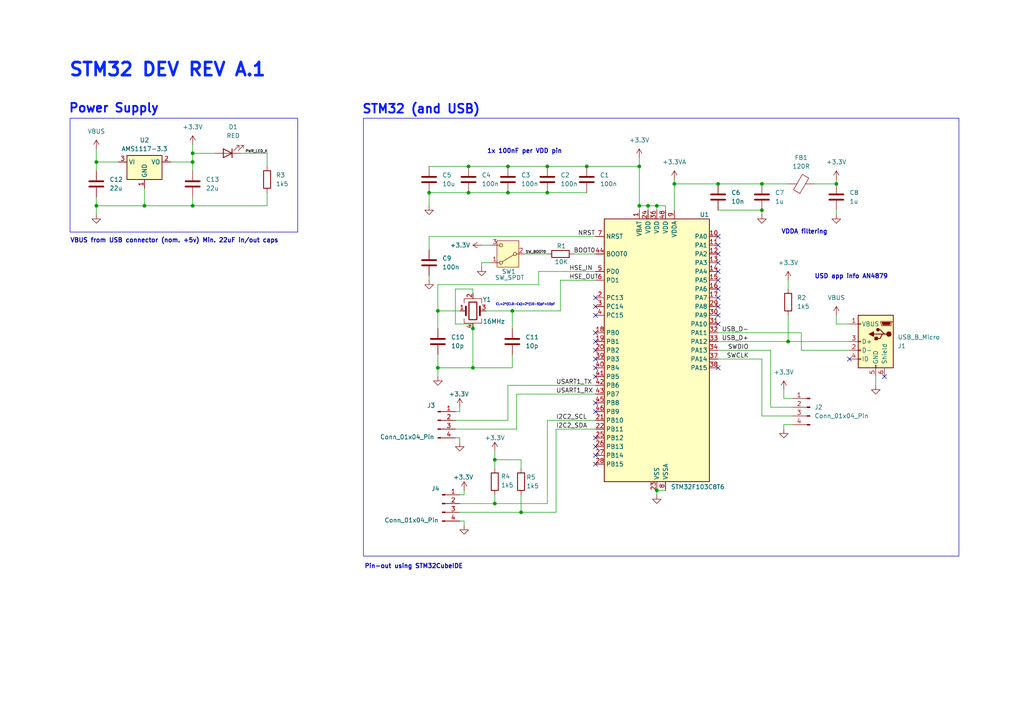
<source format=kicad_sch>
(kicad_sch
	(version 20231120)
	(generator "eeschema")
	(generator_version "8.0")
	(uuid "daa9a621-ecb2-44e0-8d9a-082c90f03622")
	(paper "A4")
	(title_block
		(title "STM32 DEV A")
		(date "2025-02-09")
		(rev "A.1")
		(company "N/A")
	)
	(lib_symbols
		(symbol "Connector:Conn_01x04_Pin"
			(pin_names
				(offset 1.016) hide)
			(exclude_from_sim no)
			(in_bom yes)
			(on_board yes)
			(property "Reference" "J"
				(at 0 5.08 0)
				(effects
					(font
						(size 1.27 1.27)
					)
				)
			)
			(property "Value" "Conn_01x04_Pin"
				(at 0 -7.62 0)
				(effects
					(font
						(size 1.27 1.27)
					)
				)
			)
			(property "Footprint" ""
				(at 0 0 0)
				(effects
					(font
						(size 1.27 1.27)
					)
					(hide yes)
				)
			)
			(property "Datasheet" "~"
				(at 0 0 0)
				(effects
					(font
						(size 1.27 1.27)
					)
					(hide yes)
				)
			)
			(property "Description" "Generic connector, single row, 01x04, script generated"
				(at 0 0 0)
				(effects
					(font
						(size 1.27 1.27)
					)
					(hide yes)
				)
			)
			(property "ki_locked" ""
				(at 0 0 0)
				(effects
					(font
						(size 1.27 1.27)
					)
				)
			)
			(property "ki_keywords" "connector"
				(at 0 0 0)
				(effects
					(font
						(size 1.27 1.27)
					)
					(hide yes)
				)
			)
			(property "ki_fp_filters" "Connector*:*_1x??_*"
				(at 0 0 0)
				(effects
					(font
						(size 1.27 1.27)
					)
					(hide yes)
				)
			)
			(symbol "Conn_01x04_Pin_1_1"
				(polyline
					(pts
						(xy 1.27 -5.08) (xy 0.8636 -5.08)
					)
					(stroke
						(width 0.1524)
						(type default)
					)
					(fill
						(type none)
					)
				)
				(polyline
					(pts
						(xy 1.27 -2.54) (xy 0.8636 -2.54)
					)
					(stroke
						(width 0.1524)
						(type default)
					)
					(fill
						(type none)
					)
				)
				(polyline
					(pts
						(xy 1.27 0) (xy 0.8636 0)
					)
					(stroke
						(width 0.1524)
						(type default)
					)
					(fill
						(type none)
					)
				)
				(polyline
					(pts
						(xy 1.27 2.54) (xy 0.8636 2.54)
					)
					(stroke
						(width 0.1524)
						(type default)
					)
					(fill
						(type none)
					)
				)
				(rectangle
					(start 0.8636 -4.953)
					(end 0 -5.207)
					(stroke
						(width 0.1524)
						(type default)
					)
					(fill
						(type outline)
					)
				)
				(rectangle
					(start 0.8636 -2.413)
					(end 0 -2.667)
					(stroke
						(width 0.1524)
						(type default)
					)
					(fill
						(type outline)
					)
				)
				(rectangle
					(start 0.8636 0.127)
					(end 0 -0.127)
					(stroke
						(width 0.1524)
						(type default)
					)
					(fill
						(type outline)
					)
				)
				(rectangle
					(start 0.8636 2.667)
					(end 0 2.413)
					(stroke
						(width 0.1524)
						(type default)
					)
					(fill
						(type outline)
					)
				)
				(pin passive line
					(at 5.08 2.54 180)
					(length 3.81)
					(name "Pin_1"
						(effects
							(font
								(size 1.27 1.27)
							)
						)
					)
					(number "1"
						(effects
							(font
								(size 1.27 1.27)
							)
						)
					)
				)
				(pin passive line
					(at 5.08 0 180)
					(length 3.81)
					(name "Pin_2"
						(effects
							(font
								(size 1.27 1.27)
							)
						)
					)
					(number "2"
						(effects
							(font
								(size 1.27 1.27)
							)
						)
					)
				)
				(pin passive line
					(at 5.08 -2.54 180)
					(length 3.81)
					(name "Pin_3"
						(effects
							(font
								(size 1.27 1.27)
							)
						)
					)
					(number "3"
						(effects
							(font
								(size 1.27 1.27)
							)
						)
					)
				)
				(pin passive line
					(at 5.08 -5.08 180)
					(length 3.81)
					(name "Pin_4"
						(effects
							(font
								(size 1.27 1.27)
							)
						)
					)
					(number "4"
						(effects
							(font
								(size 1.27 1.27)
							)
						)
					)
				)
			)
		)
		(symbol "Connector:USB_B_Micro"
			(pin_names
				(offset 1.016)
			)
			(exclude_from_sim no)
			(in_bom yes)
			(on_board yes)
			(property "Reference" "J"
				(at -5.08 11.43 0)
				(effects
					(font
						(size 1.27 1.27)
					)
					(justify left)
				)
			)
			(property "Value" "USB_B_Micro"
				(at -5.08 8.89 0)
				(effects
					(font
						(size 1.27 1.27)
					)
					(justify left)
				)
			)
			(property "Footprint" ""
				(at 3.81 -1.27 0)
				(effects
					(font
						(size 1.27 1.27)
					)
					(hide yes)
				)
			)
			(property "Datasheet" "~"
				(at 3.81 -1.27 0)
				(effects
					(font
						(size 1.27 1.27)
					)
					(hide yes)
				)
			)
			(property "Description" "USB Micro Type B connector"
				(at 0 0 0)
				(effects
					(font
						(size 1.27 1.27)
					)
					(hide yes)
				)
			)
			(property "ki_keywords" "connector USB micro"
				(at 0 0 0)
				(effects
					(font
						(size 1.27 1.27)
					)
					(hide yes)
				)
			)
			(property "ki_fp_filters" "USB*"
				(at 0 0 0)
				(effects
					(font
						(size 1.27 1.27)
					)
					(hide yes)
				)
			)
			(symbol "USB_B_Micro_0_1"
				(rectangle
					(start -5.08 -7.62)
					(end 5.08 7.62)
					(stroke
						(width 0.254)
						(type default)
					)
					(fill
						(type background)
					)
				)
				(circle
					(center -3.81 2.159)
					(radius 0.635)
					(stroke
						(width 0.254)
						(type default)
					)
					(fill
						(type outline)
					)
				)
				(circle
					(center -0.635 3.429)
					(radius 0.381)
					(stroke
						(width 0.254)
						(type default)
					)
					(fill
						(type outline)
					)
				)
				(rectangle
					(start -0.127 -7.62)
					(end 0.127 -6.858)
					(stroke
						(width 0)
						(type default)
					)
					(fill
						(type none)
					)
				)
				(polyline
					(pts
						(xy -1.905 2.159) (xy 0.635 2.159)
					)
					(stroke
						(width 0.254)
						(type default)
					)
					(fill
						(type none)
					)
				)
				(polyline
					(pts
						(xy -3.175 2.159) (xy -2.54 2.159) (xy -1.27 3.429) (xy -0.635 3.429)
					)
					(stroke
						(width 0.254)
						(type default)
					)
					(fill
						(type none)
					)
				)
				(polyline
					(pts
						(xy -2.54 2.159) (xy -1.905 2.159) (xy -1.27 0.889) (xy 0 0.889)
					)
					(stroke
						(width 0.254)
						(type default)
					)
					(fill
						(type none)
					)
				)
				(polyline
					(pts
						(xy 0.635 2.794) (xy 0.635 1.524) (xy 1.905 2.159) (xy 0.635 2.794)
					)
					(stroke
						(width 0.254)
						(type default)
					)
					(fill
						(type outline)
					)
				)
				(polyline
					(pts
						(xy -4.318 5.588) (xy -1.778 5.588) (xy -2.032 4.826) (xy -4.064 4.826) (xy -4.318 5.588)
					)
					(stroke
						(width 0)
						(type default)
					)
					(fill
						(type outline)
					)
				)
				(polyline
					(pts
						(xy -4.699 5.842) (xy -4.699 5.588) (xy -4.445 4.826) (xy -4.445 4.572) (xy -1.651 4.572) (xy -1.651 4.826)
						(xy -1.397 5.588) (xy -1.397 5.842) (xy -4.699 5.842)
					)
					(stroke
						(width 0)
						(type default)
					)
					(fill
						(type none)
					)
				)
				(rectangle
					(start 0.254 1.27)
					(end -0.508 0.508)
					(stroke
						(width 0.254)
						(type default)
					)
					(fill
						(type outline)
					)
				)
				(rectangle
					(start 5.08 -5.207)
					(end 4.318 -4.953)
					(stroke
						(width 0)
						(type default)
					)
					(fill
						(type none)
					)
				)
				(rectangle
					(start 5.08 -2.667)
					(end 4.318 -2.413)
					(stroke
						(width 0)
						(type default)
					)
					(fill
						(type none)
					)
				)
				(rectangle
					(start 5.08 -0.127)
					(end 4.318 0.127)
					(stroke
						(width 0)
						(type default)
					)
					(fill
						(type none)
					)
				)
				(rectangle
					(start 5.08 4.953)
					(end 4.318 5.207)
					(stroke
						(width 0)
						(type default)
					)
					(fill
						(type none)
					)
				)
			)
			(symbol "USB_B_Micro_1_1"
				(pin power_out line
					(at 7.62 5.08 180)
					(length 2.54)
					(name "VBUS"
						(effects
							(font
								(size 1.27 1.27)
							)
						)
					)
					(number "1"
						(effects
							(font
								(size 1.27 1.27)
							)
						)
					)
				)
				(pin bidirectional line
					(at 7.62 -2.54 180)
					(length 2.54)
					(name "D-"
						(effects
							(font
								(size 1.27 1.27)
							)
						)
					)
					(number "2"
						(effects
							(font
								(size 1.27 1.27)
							)
						)
					)
				)
				(pin bidirectional line
					(at 7.62 0 180)
					(length 2.54)
					(name "D+"
						(effects
							(font
								(size 1.27 1.27)
							)
						)
					)
					(number "3"
						(effects
							(font
								(size 1.27 1.27)
							)
						)
					)
				)
				(pin passive line
					(at 7.62 -5.08 180)
					(length 2.54)
					(name "ID"
						(effects
							(font
								(size 1.27 1.27)
							)
						)
					)
					(number "4"
						(effects
							(font
								(size 1.27 1.27)
							)
						)
					)
				)
				(pin power_out line
					(at 0 -10.16 90)
					(length 2.54)
					(name "GND"
						(effects
							(font
								(size 1.27 1.27)
							)
						)
					)
					(number "5"
						(effects
							(font
								(size 1.27 1.27)
							)
						)
					)
				)
				(pin passive line
					(at -2.54 -10.16 90)
					(length 2.54)
					(name "Shield"
						(effects
							(font
								(size 1.27 1.27)
							)
						)
					)
					(number "6"
						(effects
							(font
								(size 1.27 1.27)
							)
						)
					)
				)
			)
		)
		(symbol "Device:C"
			(pin_numbers hide)
			(pin_names
				(offset 0.254)
			)
			(exclude_from_sim no)
			(in_bom yes)
			(on_board yes)
			(property "Reference" "C"
				(at 0.635 2.54 0)
				(effects
					(font
						(size 1.27 1.27)
					)
					(justify left)
				)
			)
			(property "Value" "C"
				(at 0.635 -2.54 0)
				(effects
					(font
						(size 1.27 1.27)
					)
					(justify left)
				)
			)
			(property "Footprint" ""
				(at 0.9652 -3.81 0)
				(effects
					(font
						(size 1.27 1.27)
					)
					(hide yes)
				)
			)
			(property "Datasheet" "~"
				(at 0 0 0)
				(effects
					(font
						(size 1.27 1.27)
					)
					(hide yes)
				)
			)
			(property "Description" "Unpolarized capacitor"
				(at 0 0 0)
				(effects
					(font
						(size 1.27 1.27)
					)
					(hide yes)
				)
			)
			(property "ki_keywords" "cap capacitor"
				(at 0 0 0)
				(effects
					(font
						(size 1.27 1.27)
					)
					(hide yes)
				)
			)
			(property "ki_fp_filters" "C_*"
				(at 0 0 0)
				(effects
					(font
						(size 1.27 1.27)
					)
					(hide yes)
				)
			)
			(symbol "C_0_1"
				(polyline
					(pts
						(xy -2.032 -0.762) (xy 2.032 -0.762)
					)
					(stroke
						(width 0.508)
						(type default)
					)
					(fill
						(type none)
					)
				)
				(polyline
					(pts
						(xy -2.032 0.762) (xy 2.032 0.762)
					)
					(stroke
						(width 0.508)
						(type default)
					)
					(fill
						(type none)
					)
				)
			)
			(symbol "C_1_1"
				(pin passive line
					(at 0 3.81 270)
					(length 2.794)
					(name "~"
						(effects
							(font
								(size 1.27 1.27)
							)
						)
					)
					(number "1"
						(effects
							(font
								(size 1.27 1.27)
							)
						)
					)
				)
				(pin passive line
					(at 0 -3.81 90)
					(length 2.794)
					(name "~"
						(effects
							(font
								(size 1.27 1.27)
							)
						)
					)
					(number "2"
						(effects
							(font
								(size 1.27 1.27)
							)
						)
					)
				)
			)
		)
		(symbol "Device:Crystal_GND24"
			(pin_names
				(offset 1.016) hide)
			(exclude_from_sim no)
			(in_bom yes)
			(on_board yes)
			(property "Reference" "Y"
				(at 3.175 5.08 0)
				(effects
					(font
						(size 1.27 1.27)
					)
					(justify left)
				)
			)
			(property "Value" "Crystal_GND24"
				(at 3.175 3.175 0)
				(effects
					(font
						(size 1.27 1.27)
					)
					(justify left)
				)
			)
			(property "Footprint" ""
				(at 0 0 0)
				(effects
					(font
						(size 1.27 1.27)
					)
					(hide yes)
				)
			)
			(property "Datasheet" "~"
				(at 0 0 0)
				(effects
					(font
						(size 1.27 1.27)
					)
					(hide yes)
				)
			)
			(property "Description" "Four pin crystal, GND on pins 2 and 4"
				(at 0 0 0)
				(effects
					(font
						(size 1.27 1.27)
					)
					(hide yes)
				)
			)
			(property "ki_keywords" "quartz ceramic resonator oscillator"
				(at 0 0 0)
				(effects
					(font
						(size 1.27 1.27)
					)
					(hide yes)
				)
			)
			(property "ki_fp_filters" "Crystal*"
				(at 0 0 0)
				(effects
					(font
						(size 1.27 1.27)
					)
					(hide yes)
				)
			)
			(symbol "Crystal_GND24_0_1"
				(rectangle
					(start -1.143 2.54)
					(end 1.143 -2.54)
					(stroke
						(width 0.3048)
						(type default)
					)
					(fill
						(type none)
					)
				)
				(polyline
					(pts
						(xy -2.54 0) (xy -2.032 0)
					)
					(stroke
						(width 0)
						(type default)
					)
					(fill
						(type none)
					)
				)
				(polyline
					(pts
						(xy -2.032 -1.27) (xy -2.032 1.27)
					)
					(stroke
						(width 0.508)
						(type default)
					)
					(fill
						(type none)
					)
				)
				(polyline
					(pts
						(xy 0 -3.81) (xy 0 -3.556)
					)
					(stroke
						(width 0)
						(type default)
					)
					(fill
						(type none)
					)
				)
				(polyline
					(pts
						(xy 0 3.556) (xy 0 3.81)
					)
					(stroke
						(width 0)
						(type default)
					)
					(fill
						(type none)
					)
				)
				(polyline
					(pts
						(xy 2.032 -1.27) (xy 2.032 1.27)
					)
					(stroke
						(width 0.508)
						(type default)
					)
					(fill
						(type none)
					)
				)
				(polyline
					(pts
						(xy 2.032 0) (xy 2.54 0)
					)
					(stroke
						(width 0)
						(type default)
					)
					(fill
						(type none)
					)
				)
				(polyline
					(pts
						(xy -2.54 -2.286) (xy -2.54 -3.556) (xy 2.54 -3.556) (xy 2.54 -2.286)
					)
					(stroke
						(width 0)
						(type default)
					)
					(fill
						(type none)
					)
				)
				(polyline
					(pts
						(xy -2.54 2.286) (xy -2.54 3.556) (xy 2.54 3.556) (xy 2.54 2.286)
					)
					(stroke
						(width 0)
						(type default)
					)
					(fill
						(type none)
					)
				)
			)
			(symbol "Crystal_GND24_1_1"
				(pin passive line
					(at -3.81 0 0)
					(length 1.27)
					(name "1"
						(effects
							(font
								(size 1.27 1.27)
							)
						)
					)
					(number "1"
						(effects
							(font
								(size 1.27 1.27)
							)
						)
					)
				)
				(pin passive line
					(at 0 5.08 270)
					(length 1.27)
					(name "2"
						(effects
							(font
								(size 1.27 1.27)
							)
						)
					)
					(number "2"
						(effects
							(font
								(size 1.27 1.27)
							)
						)
					)
				)
				(pin passive line
					(at 3.81 0 180)
					(length 1.27)
					(name "3"
						(effects
							(font
								(size 1.27 1.27)
							)
						)
					)
					(number "3"
						(effects
							(font
								(size 1.27 1.27)
							)
						)
					)
				)
				(pin passive line
					(at 0 -5.08 90)
					(length 1.27)
					(name "4"
						(effects
							(font
								(size 1.27 1.27)
							)
						)
					)
					(number "4"
						(effects
							(font
								(size 1.27 1.27)
							)
						)
					)
				)
			)
		)
		(symbol "Device:FerriteBead"
			(pin_numbers hide)
			(pin_names
				(offset 0)
			)
			(exclude_from_sim no)
			(in_bom yes)
			(on_board yes)
			(property "Reference" "FB"
				(at -3.81 0.635 90)
				(effects
					(font
						(size 1.27 1.27)
					)
				)
			)
			(property "Value" "FerriteBead"
				(at 3.81 0 90)
				(effects
					(font
						(size 1.27 1.27)
					)
				)
			)
			(property "Footprint" ""
				(at -1.778 0 90)
				(effects
					(font
						(size 1.27 1.27)
					)
					(hide yes)
				)
			)
			(property "Datasheet" "~"
				(at 0 0 0)
				(effects
					(font
						(size 1.27 1.27)
					)
					(hide yes)
				)
			)
			(property "Description" "Ferrite bead"
				(at 0 0 0)
				(effects
					(font
						(size 1.27 1.27)
					)
					(hide yes)
				)
			)
			(property "ki_keywords" "L ferrite bead inductor filter"
				(at 0 0 0)
				(effects
					(font
						(size 1.27 1.27)
					)
					(hide yes)
				)
			)
			(property "ki_fp_filters" "Inductor_* L_* *Ferrite*"
				(at 0 0 0)
				(effects
					(font
						(size 1.27 1.27)
					)
					(hide yes)
				)
			)
			(symbol "FerriteBead_0_1"
				(polyline
					(pts
						(xy 0 -1.27) (xy 0 -1.2192)
					)
					(stroke
						(width 0)
						(type default)
					)
					(fill
						(type none)
					)
				)
				(polyline
					(pts
						(xy 0 1.27) (xy 0 1.2954)
					)
					(stroke
						(width 0)
						(type default)
					)
					(fill
						(type none)
					)
				)
				(polyline
					(pts
						(xy -2.7686 0.4064) (xy -1.7018 2.2606) (xy 2.7686 -0.3048) (xy 1.6764 -2.159) (xy -2.7686 0.4064)
					)
					(stroke
						(width 0)
						(type default)
					)
					(fill
						(type none)
					)
				)
			)
			(symbol "FerriteBead_1_1"
				(pin passive line
					(at 0 3.81 270)
					(length 2.54)
					(name "~"
						(effects
							(font
								(size 1.27 1.27)
							)
						)
					)
					(number "1"
						(effects
							(font
								(size 1.27 1.27)
							)
						)
					)
				)
				(pin passive line
					(at 0 -3.81 90)
					(length 2.54)
					(name "~"
						(effects
							(font
								(size 1.27 1.27)
							)
						)
					)
					(number "2"
						(effects
							(font
								(size 1.27 1.27)
							)
						)
					)
				)
			)
		)
		(symbol "Device:LED"
			(pin_numbers hide)
			(pin_names
				(offset 1.016) hide)
			(exclude_from_sim no)
			(in_bom yes)
			(on_board yes)
			(property "Reference" "D"
				(at 0 2.54 0)
				(effects
					(font
						(size 1.27 1.27)
					)
				)
			)
			(property "Value" "LED"
				(at 0 -2.54 0)
				(effects
					(font
						(size 1.27 1.27)
					)
				)
			)
			(property "Footprint" ""
				(at 0 0 0)
				(effects
					(font
						(size 1.27 1.27)
					)
					(hide yes)
				)
			)
			(property "Datasheet" "~"
				(at 0 0 0)
				(effects
					(font
						(size 1.27 1.27)
					)
					(hide yes)
				)
			)
			(property "Description" "Light emitting diode"
				(at 0 0 0)
				(effects
					(font
						(size 1.27 1.27)
					)
					(hide yes)
				)
			)
			(property "ki_keywords" "LED diode"
				(at 0 0 0)
				(effects
					(font
						(size 1.27 1.27)
					)
					(hide yes)
				)
			)
			(property "ki_fp_filters" "LED* LED_SMD:* LED_THT:*"
				(at 0 0 0)
				(effects
					(font
						(size 1.27 1.27)
					)
					(hide yes)
				)
			)
			(symbol "LED_0_1"
				(polyline
					(pts
						(xy -1.27 -1.27) (xy -1.27 1.27)
					)
					(stroke
						(width 0.254)
						(type default)
					)
					(fill
						(type none)
					)
				)
				(polyline
					(pts
						(xy -1.27 0) (xy 1.27 0)
					)
					(stroke
						(width 0)
						(type default)
					)
					(fill
						(type none)
					)
				)
				(polyline
					(pts
						(xy 1.27 -1.27) (xy 1.27 1.27) (xy -1.27 0) (xy 1.27 -1.27)
					)
					(stroke
						(width 0.254)
						(type default)
					)
					(fill
						(type none)
					)
				)
				(polyline
					(pts
						(xy -3.048 -0.762) (xy -4.572 -2.286) (xy -3.81 -2.286) (xy -4.572 -2.286) (xy -4.572 -1.524)
					)
					(stroke
						(width 0)
						(type default)
					)
					(fill
						(type none)
					)
				)
				(polyline
					(pts
						(xy -1.778 -0.762) (xy -3.302 -2.286) (xy -2.54 -2.286) (xy -3.302 -2.286) (xy -3.302 -1.524)
					)
					(stroke
						(width 0)
						(type default)
					)
					(fill
						(type none)
					)
				)
			)
			(symbol "LED_1_1"
				(pin passive line
					(at -3.81 0 0)
					(length 2.54)
					(name "K"
						(effects
							(font
								(size 1.27 1.27)
							)
						)
					)
					(number "1"
						(effects
							(font
								(size 1.27 1.27)
							)
						)
					)
				)
				(pin passive line
					(at 3.81 0 180)
					(length 2.54)
					(name "A"
						(effects
							(font
								(size 1.27 1.27)
							)
						)
					)
					(number "2"
						(effects
							(font
								(size 1.27 1.27)
							)
						)
					)
				)
			)
		)
		(symbol "Device:R"
			(pin_numbers hide)
			(pin_names
				(offset 0)
			)
			(exclude_from_sim no)
			(in_bom yes)
			(on_board yes)
			(property "Reference" "R"
				(at 2.032 0 90)
				(effects
					(font
						(size 1.27 1.27)
					)
				)
			)
			(property "Value" "R"
				(at 0 0 90)
				(effects
					(font
						(size 1.27 1.27)
					)
				)
			)
			(property "Footprint" ""
				(at -1.778 0 90)
				(effects
					(font
						(size 1.27 1.27)
					)
					(hide yes)
				)
			)
			(property "Datasheet" "~"
				(at 0 0 0)
				(effects
					(font
						(size 1.27 1.27)
					)
					(hide yes)
				)
			)
			(property "Description" "Resistor"
				(at 0 0 0)
				(effects
					(font
						(size 1.27 1.27)
					)
					(hide yes)
				)
			)
			(property "ki_keywords" "R res resistor"
				(at 0 0 0)
				(effects
					(font
						(size 1.27 1.27)
					)
					(hide yes)
				)
			)
			(property "ki_fp_filters" "R_*"
				(at 0 0 0)
				(effects
					(font
						(size 1.27 1.27)
					)
					(hide yes)
				)
			)
			(symbol "R_0_1"
				(rectangle
					(start -1.016 -2.54)
					(end 1.016 2.54)
					(stroke
						(width 0.254)
						(type default)
					)
					(fill
						(type none)
					)
				)
			)
			(symbol "R_1_1"
				(pin passive line
					(at 0 3.81 270)
					(length 1.27)
					(name "~"
						(effects
							(font
								(size 1.27 1.27)
							)
						)
					)
					(number "1"
						(effects
							(font
								(size 1.27 1.27)
							)
						)
					)
				)
				(pin passive line
					(at 0 -3.81 90)
					(length 1.27)
					(name "~"
						(effects
							(font
								(size 1.27 1.27)
							)
						)
					)
					(number "2"
						(effects
							(font
								(size 1.27 1.27)
							)
						)
					)
				)
			)
		)
		(symbol "MCU_ST_STM32F1:STM32F103C8Tx"
			(exclude_from_sim no)
			(in_bom yes)
			(on_board yes)
			(property "Reference" "U"
				(at -15.24 39.37 0)
				(effects
					(font
						(size 1.27 1.27)
					)
					(justify left)
				)
			)
			(property "Value" "STM32F103C8Tx"
				(at 7.62 39.37 0)
				(effects
					(font
						(size 1.27 1.27)
					)
					(justify left)
				)
			)
			(property "Footprint" "Package_QFP:LQFP-48_7x7mm_P0.5mm"
				(at -15.24 -38.1 0)
				(effects
					(font
						(size 1.27 1.27)
					)
					(justify right)
					(hide yes)
				)
			)
			(property "Datasheet" "https://www.st.com/resource/en/datasheet/stm32f103c8.pdf"
				(at 0 0 0)
				(effects
					(font
						(size 1.27 1.27)
					)
					(hide yes)
				)
			)
			(property "Description" "STMicroelectronics Arm Cortex-M3 MCU, 64KB flash, 20KB RAM, 72 MHz, 2.0-3.6V, 37 GPIO, LQFP48"
				(at 0 0 0)
				(effects
					(font
						(size 1.27 1.27)
					)
					(hide yes)
				)
			)
			(property "ki_keywords" "Arm Cortex-M3 STM32F1 STM32F103"
				(at 0 0 0)
				(effects
					(font
						(size 1.27 1.27)
					)
					(hide yes)
				)
			)
			(property "ki_fp_filters" "LQFP*7x7mm*P0.5mm*"
				(at 0 0 0)
				(effects
					(font
						(size 1.27 1.27)
					)
					(hide yes)
				)
			)
			(symbol "STM32F103C8Tx_0_1"
				(rectangle
					(start -15.24 -38.1)
					(end 15.24 38.1)
					(stroke
						(width 0.254)
						(type default)
					)
					(fill
						(type background)
					)
				)
			)
			(symbol "STM32F103C8Tx_1_1"
				(pin power_in line
					(at -5.08 40.64 270)
					(length 2.54)
					(name "VBAT"
						(effects
							(font
								(size 1.27 1.27)
							)
						)
					)
					(number "1"
						(effects
							(font
								(size 1.27 1.27)
							)
						)
					)
				)
				(pin bidirectional line
					(at 17.78 33.02 180)
					(length 2.54)
					(name "PA0"
						(effects
							(font
								(size 1.27 1.27)
							)
						)
					)
					(number "10"
						(effects
							(font
								(size 1.27 1.27)
							)
						)
					)
					(alternate "ADC1_IN0" bidirectional line)
					(alternate "ADC2_IN0" bidirectional line)
					(alternate "SYS_WKUP" bidirectional line)
					(alternate "TIM2_CH1" bidirectional line)
					(alternate "TIM2_ETR" bidirectional line)
					(alternate "USART2_CTS" bidirectional line)
				)
				(pin bidirectional line
					(at 17.78 30.48 180)
					(length 2.54)
					(name "PA1"
						(effects
							(font
								(size 1.27 1.27)
							)
						)
					)
					(number "11"
						(effects
							(font
								(size 1.27 1.27)
							)
						)
					)
					(alternate "ADC1_IN1" bidirectional line)
					(alternate "ADC2_IN1" bidirectional line)
					(alternate "TIM2_CH2" bidirectional line)
					(alternate "USART2_RTS" bidirectional line)
				)
				(pin bidirectional line
					(at 17.78 27.94 180)
					(length 2.54)
					(name "PA2"
						(effects
							(font
								(size 1.27 1.27)
							)
						)
					)
					(number "12"
						(effects
							(font
								(size 1.27 1.27)
							)
						)
					)
					(alternate "ADC1_IN2" bidirectional line)
					(alternate "ADC2_IN2" bidirectional line)
					(alternate "TIM2_CH3" bidirectional line)
					(alternate "USART2_TX" bidirectional line)
				)
				(pin bidirectional line
					(at 17.78 25.4 180)
					(length 2.54)
					(name "PA3"
						(effects
							(font
								(size 1.27 1.27)
							)
						)
					)
					(number "13"
						(effects
							(font
								(size 1.27 1.27)
							)
						)
					)
					(alternate "ADC1_IN3" bidirectional line)
					(alternate "ADC2_IN3" bidirectional line)
					(alternate "TIM2_CH4" bidirectional line)
					(alternate "USART2_RX" bidirectional line)
				)
				(pin bidirectional line
					(at 17.78 22.86 180)
					(length 2.54)
					(name "PA4"
						(effects
							(font
								(size 1.27 1.27)
							)
						)
					)
					(number "14"
						(effects
							(font
								(size 1.27 1.27)
							)
						)
					)
					(alternate "ADC1_IN4" bidirectional line)
					(alternate "ADC2_IN4" bidirectional line)
					(alternate "SPI1_NSS" bidirectional line)
					(alternate "USART2_CK" bidirectional line)
				)
				(pin bidirectional line
					(at 17.78 20.32 180)
					(length 2.54)
					(name "PA5"
						(effects
							(font
								(size 1.27 1.27)
							)
						)
					)
					(number "15"
						(effects
							(font
								(size 1.27 1.27)
							)
						)
					)
					(alternate "ADC1_IN5" bidirectional line)
					(alternate "ADC2_IN5" bidirectional line)
					(alternate "SPI1_SCK" bidirectional line)
				)
				(pin bidirectional line
					(at 17.78 17.78 180)
					(length 2.54)
					(name "PA6"
						(effects
							(font
								(size 1.27 1.27)
							)
						)
					)
					(number "16"
						(effects
							(font
								(size 1.27 1.27)
							)
						)
					)
					(alternate "ADC1_IN6" bidirectional line)
					(alternate "ADC2_IN6" bidirectional line)
					(alternate "SPI1_MISO" bidirectional line)
					(alternate "TIM1_BKIN" bidirectional line)
					(alternate "TIM3_CH1" bidirectional line)
				)
				(pin bidirectional line
					(at 17.78 15.24 180)
					(length 2.54)
					(name "PA7"
						(effects
							(font
								(size 1.27 1.27)
							)
						)
					)
					(number "17"
						(effects
							(font
								(size 1.27 1.27)
							)
						)
					)
					(alternate "ADC1_IN7" bidirectional line)
					(alternate "ADC2_IN7" bidirectional line)
					(alternate "SPI1_MOSI" bidirectional line)
					(alternate "TIM1_CH1N" bidirectional line)
					(alternate "TIM3_CH2" bidirectional line)
				)
				(pin bidirectional line
					(at -17.78 5.08 0)
					(length 2.54)
					(name "PB0"
						(effects
							(font
								(size 1.27 1.27)
							)
						)
					)
					(number "18"
						(effects
							(font
								(size 1.27 1.27)
							)
						)
					)
					(alternate "ADC1_IN8" bidirectional line)
					(alternate "ADC2_IN8" bidirectional line)
					(alternate "TIM1_CH2N" bidirectional line)
					(alternate "TIM3_CH3" bidirectional line)
				)
				(pin bidirectional line
					(at -17.78 2.54 0)
					(length 2.54)
					(name "PB1"
						(effects
							(font
								(size 1.27 1.27)
							)
						)
					)
					(number "19"
						(effects
							(font
								(size 1.27 1.27)
							)
						)
					)
					(alternate "ADC1_IN9" bidirectional line)
					(alternate "ADC2_IN9" bidirectional line)
					(alternate "TIM1_CH3N" bidirectional line)
					(alternate "TIM3_CH4" bidirectional line)
				)
				(pin bidirectional line
					(at -17.78 15.24 0)
					(length 2.54)
					(name "PC13"
						(effects
							(font
								(size 1.27 1.27)
							)
						)
					)
					(number "2"
						(effects
							(font
								(size 1.27 1.27)
							)
						)
					)
					(alternate "RTC_OUT" bidirectional line)
					(alternate "RTC_TAMPER" bidirectional line)
				)
				(pin bidirectional line
					(at -17.78 0 0)
					(length 2.54)
					(name "PB2"
						(effects
							(font
								(size 1.27 1.27)
							)
						)
					)
					(number "20"
						(effects
							(font
								(size 1.27 1.27)
							)
						)
					)
				)
				(pin bidirectional line
					(at -17.78 -20.32 0)
					(length 2.54)
					(name "PB10"
						(effects
							(font
								(size 1.27 1.27)
							)
						)
					)
					(number "21"
						(effects
							(font
								(size 1.27 1.27)
							)
						)
					)
					(alternate "I2C2_SCL" bidirectional line)
					(alternate "TIM2_CH3" bidirectional line)
					(alternate "USART3_TX" bidirectional line)
				)
				(pin bidirectional line
					(at -17.78 -22.86 0)
					(length 2.54)
					(name "PB11"
						(effects
							(font
								(size 1.27 1.27)
							)
						)
					)
					(number "22"
						(effects
							(font
								(size 1.27 1.27)
							)
						)
					)
					(alternate "ADC1_EXTI11" bidirectional line)
					(alternate "ADC2_EXTI11" bidirectional line)
					(alternate "I2C2_SDA" bidirectional line)
					(alternate "TIM2_CH4" bidirectional line)
					(alternate "USART3_RX" bidirectional line)
				)
				(pin power_in line
					(at 0 -40.64 90)
					(length 2.54)
					(name "VSS"
						(effects
							(font
								(size 1.27 1.27)
							)
						)
					)
					(number "23"
						(effects
							(font
								(size 1.27 1.27)
							)
						)
					)
				)
				(pin power_in line
					(at -2.54 40.64 270)
					(length 2.54)
					(name "VDD"
						(effects
							(font
								(size 1.27 1.27)
							)
						)
					)
					(number "24"
						(effects
							(font
								(size 1.27 1.27)
							)
						)
					)
				)
				(pin bidirectional line
					(at -17.78 -25.4 0)
					(length 2.54)
					(name "PB12"
						(effects
							(font
								(size 1.27 1.27)
							)
						)
					)
					(number "25"
						(effects
							(font
								(size 1.27 1.27)
							)
						)
					)
					(alternate "I2C2_SMBA" bidirectional line)
					(alternate "SPI2_NSS" bidirectional line)
					(alternate "TIM1_BKIN" bidirectional line)
					(alternate "USART3_CK" bidirectional line)
				)
				(pin bidirectional line
					(at -17.78 -27.94 0)
					(length 2.54)
					(name "PB13"
						(effects
							(font
								(size 1.27 1.27)
							)
						)
					)
					(number "26"
						(effects
							(font
								(size 1.27 1.27)
							)
						)
					)
					(alternate "SPI2_SCK" bidirectional line)
					(alternate "TIM1_CH1N" bidirectional line)
					(alternate "USART3_CTS" bidirectional line)
				)
				(pin bidirectional line
					(at -17.78 -30.48 0)
					(length 2.54)
					(name "PB14"
						(effects
							(font
								(size 1.27 1.27)
							)
						)
					)
					(number "27"
						(effects
							(font
								(size 1.27 1.27)
							)
						)
					)
					(alternate "SPI2_MISO" bidirectional line)
					(alternate "TIM1_CH2N" bidirectional line)
					(alternate "USART3_RTS" bidirectional line)
				)
				(pin bidirectional line
					(at -17.78 -33.02 0)
					(length 2.54)
					(name "PB15"
						(effects
							(font
								(size 1.27 1.27)
							)
						)
					)
					(number "28"
						(effects
							(font
								(size 1.27 1.27)
							)
						)
					)
					(alternate "ADC1_EXTI15" bidirectional line)
					(alternate "ADC2_EXTI15" bidirectional line)
					(alternate "SPI2_MOSI" bidirectional line)
					(alternate "TIM1_CH3N" bidirectional line)
				)
				(pin bidirectional line
					(at 17.78 12.7 180)
					(length 2.54)
					(name "PA8"
						(effects
							(font
								(size 1.27 1.27)
							)
						)
					)
					(number "29"
						(effects
							(font
								(size 1.27 1.27)
							)
						)
					)
					(alternate "RCC_MCO" bidirectional line)
					(alternate "TIM1_CH1" bidirectional line)
					(alternate "USART1_CK" bidirectional line)
				)
				(pin bidirectional line
					(at -17.78 12.7 0)
					(length 2.54)
					(name "PC14"
						(effects
							(font
								(size 1.27 1.27)
							)
						)
					)
					(number "3"
						(effects
							(font
								(size 1.27 1.27)
							)
						)
					)
					(alternate "RCC_OSC32_IN" bidirectional line)
				)
				(pin bidirectional line
					(at 17.78 10.16 180)
					(length 2.54)
					(name "PA9"
						(effects
							(font
								(size 1.27 1.27)
							)
						)
					)
					(number "30"
						(effects
							(font
								(size 1.27 1.27)
							)
						)
					)
					(alternate "TIM1_CH2" bidirectional line)
					(alternate "USART1_TX" bidirectional line)
				)
				(pin bidirectional line
					(at 17.78 7.62 180)
					(length 2.54)
					(name "PA10"
						(effects
							(font
								(size 1.27 1.27)
							)
						)
					)
					(number "31"
						(effects
							(font
								(size 1.27 1.27)
							)
						)
					)
					(alternate "TIM1_CH3" bidirectional line)
					(alternate "USART1_RX" bidirectional line)
				)
				(pin bidirectional line
					(at 17.78 5.08 180)
					(length 2.54)
					(name "PA11"
						(effects
							(font
								(size 1.27 1.27)
							)
						)
					)
					(number "32"
						(effects
							(font
								(size 1.27 1.27)
							)
						)
					)
					(alternate "ADC1_EXTI11" bidirectional line)
					(alternate "ADC2_EXTI11" bidirectional line)
					(alternate "CAN_RX" bidirectional line)
					(alternate "TIM1_CH4" bidirectional line)
					(alternate "USART1_CTS" bidirectional line)
					(alternate "USB_DM" bidirectional line)
				)
				(pin bidirectional line
					(at 17.78 2.54 180)
					(length 2.54)
					(name "PA12"
						(effects
							(font
								(size 1.27 1.27)
							)
						)
					)
					(number "33"
						(effects
							(font
								(size 1.27 1.27)
							)
						)
					)
					(alternate "CAN_TX" bidirectional line)
					(alternate "TIM1_ETR" bidirectional line)
					(alternate "USART1_RTS" bidirectional line)
					(alternate "USB_DP" bidirectional line)
				)
				(pin bidirectional line
					(at 17.78 0 180)
					(length 2.54)
					(name "PA13"
						(effects
							(font
								(size 1.27 1.27)
							)
						)
					)
					(number "34"
						(effects
							(font
								(size 1.27 1.27)
							)
						)
					)
					(alternate "SYS_JTMS-SWDIO" bidirectional line)
				)
				(pin passive line
					(at 0 -40.64 90)
					(length 2.54) hide
					(name "VSS"
						(effects
							(font
								(size 1.27 1.27)
							)
						)
					)
					(number "35"
						(effects
							(font
								(size 1.27 1.27)
							)
						)
					)
				)
				(pin power_in line
					(at 0 40.64 270)
					(length 2.54)
					(name "VDD"
						(effects
							(font
								(size 1.27 1.27)
							)
						)
					)
					(number "36"
						(effects
							(font
								(size 1.27 1.27)
							)
						)
					)
				)
				(pin bidirectional line
					(at 17.78 -2.54 180)
					(length 2.54)
					(name "PA14"
						(effects
							(font
								(size 1.27 1.27)
							)
						)
					)
					(number "37"
						(effects
							(font
								(size 1.27 1.27)
							)
						)
					)
					(alternate "SYS_JTCK-SWCLK" bidirectional line)
				)
				(pin bidirectional line
					(at 17.78 -5.08 180)
					(length 2.54)
					(name "PA15"
						(effects
							(font
								(size 1.27 1.27)
							)
						)
					)
					(number "38"
						(effects
							(font
								(size 1.27 1.27)
							)
						)
					)
					(alternate "ADC1_EXTI15" bidirectional line)
					(alternate "ADC2_EXTI15" bidirectional line)
					(alternate "SPI1_NSS" bidirectional line)
					(alternate "SYS_JTDI" bidirectional line)
					(alternate "TIM2_CH1" bidirectional line)
					(alternate "TIM2_ETR" bidirectional line)
				)
				(pin bidirectional line
					(at -17.78 -2.54 0)
					(length 2.54)
					(name "PB3"
						(effects
							(font
								(size 1.27 1.27)
							)
						)
					)
					(number "39"
						(effects
							(font
								(size 1.27 1.27)
							)
						)
					)
					(alternate "SPI1_SCK" bidirectional line)
					(alternate "SYS_JTDO-TRACESWO" bidirectional line)
					(alternate "TIM2_CH2" bidirectional line)
				)
				(pin bidirectional line
					(at -17.78 10.16 0)
					(length 2.54)
					(name "PC15"
						(effects
							(font
								(size 1.27 1.27)
							)
						)
					)
					(number "4"
						(effects
							(font
								(size 1.27 1.27)
							)
						)
					)
					(alternate "ADC1_EXTI15" bidirectional line)
					(alternate "ADC2_EXTI15" bidirectional line)
					(alternate "RCC_OSC32_OUT" bidirectional line)
				)
				(pin bidirectional line
					(at -17.78 -5.08 0)
					(length 2.54)
					(name "PB4"
						(effects
							(font
								(size 1.27 1.27)
							)
						)
					)
					(number "40"
						(effects
							(font
								(size 1.27 1.27)
							)
						)
					)
					(alternate "SPI1_MISO" bidirectional line)
					(alternate "SYS_NJTRST" bidirectional line)
					(alternate "TIM3_CH1" bidirectional line)
				)
				(pin bidirectional line
					(at -17.78 -7.62 0)
					(length 2.54)
					(name "PB5"
						(effects
							(font
								(size 1.27 1.27)
							)
						)
					)
					(number "41"
						(effects
							(font
								(size 1.27 1.27)
							)
						)
					)
					(alternate "I2C1_SMBA" bidirectional line)
					(alternate "SPI1_MOSI" bidirectional line)
					(alternate "TIM3_CH2" bidirectional line)
				)
				(pin bidirectional line
					(at -17.78 -10.16 0)
					(length 2.54)
					(name "PB6"
						(effects
							(font
								(size 1.27 1.27)
							)
						)
					)
					(number "42"
						(effects
							(font
								(size 1.27 1.27)
							)
						)
					)
					(alternate "I2C1_SCL" bidirectional line)
					(alternate "TIM4_CH1" bidirectional line)
					(alternate "USART1_TX" bidirectional line)
				)
				(pin bidirectional line
					(at -17.78 -12.7 0)
					(length 2.54)
					(name "PB7"
						(effects
							(font
								(size 1.27 1.27)
							)
						)
					)
					(number "43"
						(effects
							(font
								(size 1.27 1.27)
							)
						)
					)
					(alternate "I2C1_SDA" bidirectional line)
					(alternate "TIM4_CH2" bidirectional line)
					(alternate "USART1_RX" bidirectional line)
				)
				(pin input line
					(at -17.78 27.94 0)
					(length 2.54)
					(name "BOOT0"
						(effects
							(font
								(size 1.27 1.27)
							)
						)
					)
					(number "44"
						(effects
							(font
								(size 1.27 1.27)
							)
						)
					)
				)
				(pin bidirectional line
					(at -17.78 -15.24 0)
					(length 2.54)
					(name "PB8"
						(effects
							(font
								(size 1.27 1.27)
							)
						)
					)
					(number "45"
						(effects
							(font
								(size 1.27 1.27)
							)
						)
					)
					(alternate "CAN_RX" bidirectional line)
					(alternate "I2C1_SCL" bidirectional line)
					(alternate "TIM4_CH3" bidirectional line)
				)
				(pin bidirectional line
					(at -17.78 -17.78 0)
					(length 2.54)
					(name "PB9"
						(effects
							(font
								(size 1.27 1.27)
							)
						)
					)
					(number "46"
						(effects
							(font
								(size 1.27 1.27)
							)
						)
					)
					(alternate "CAN_TX" bidirectional line)
					(alternate "I2C1_SDA" bidirectional line)
					(alternate "TIM4_CH4" bidirectional line)
				)
				(pin passive line
					(at 0 -40.64 90)
					(length 2.54) hide
					(name "VSS"
						(effects
							(font
								(size 1.27 1.27)
							)
						)
					)
					(number "47"
						(effects
							(font
								(size 1.27 1.27)
							)
						)
					)
				)
				(pin power_in line
					(at 2.54 40.64 270)
					(length 2.54)
					(name "VDD"
						(effects
							(font
								(size 1.27 1.27)
							)
						)
					)
					(number "48"
						(effects
							(font
								(size 1.27 1.27)
							)
						)
					)
				)
				(pin bidirectional line
					(at -17.78 22.86 0)
					(length 2.54)
					(name "PD0"
						(effects
							(font
								(size 1.27 1.27)
							)
						)
					)
					(number "5"
						(effects
							(font
								(size 1.27 1.27)
							)
						)
					)
					(alternate "RCC_OSC_IN" bidirectional line)
				)
				(pin bidirectional line
					(at -17.78 20.32 0)
					(length 2.54)
					(name "PD1"
						(effects
							(font
								(size 1.27 1.27)
							)
						)
					)
					(number "6"
						(effects
							(font
								(size 1.27 1.27)
							)
						)
					)
					(alternate "RCC_OSC_OUT" bidirectional line)
				)
				(pin input line
					(at -17.78 33.02 0)
					(length 2.54)
					(name "NRST"
						(effects
							(font
								(size 1.27 1.27)
							)
						)
					)
					(number "7"
						(effects
							(font
								(size 1.27 1.27)
							)
						)
					)
				)
				(pin power_in line
					(at 2.54 -40.64 90)
					(length 2.54)
					(name "VSSA"
						(effects
							(font
								(size 1.27 1.27)
							)
						)
					)
					(number "8"
						(effects
							(font
								(size 1.27 1.27)
							)
						)
					)
				)
				(pin power_in line
					(at 5.08 40.64 270)
					(length 2.54)
					(name "VDDA"
						(effects
							(font
								(size 1.27 1.27)
							)
						)
					)
					(number "9"
						(effects
							(font
								(size 1.27 1.27)
							)
						)
					)
				)
			)
		)
		(symbol "Regulator_Linear:AMS1117-3.3"
			(exclude_from_sim no)
			(in_bom yes)
			(on_board yes)
			(property "Reference" "U"
				(at -3.81 3.175 0)
				(effects
					(font
						(size 1.27 1.27)
					)
				)
			)
			(property "Value" "AMS1117-3.3"
				(at 0 3.175 0)
				(effects
					(font
						(size 1.27 1.27)
					)
					(justify left)
				)
			)
			(property "Footprint" "Package_TO_SOT_SMD:SOT-223-3_TabPin2"
				(at 0 5.08 0)
				(effects
					(font
						(size 1.27 1.27)
					)
					(hide yes)
				)
			)
			(property "Datasheet" "http://www.advanced-monolithic.com/pdf/ds1117.pdf"
				(at 2.54 -6.35 0)
				(effects
					(font
						(size 1.27 1.27)
					)
					(hide yes)
				)
			)
			(property "Description" "1A Low Dropout regulator, positive, 3.3V fixed output, SOT-223"
				(at 0 0 0)
				(effects
					(font
						(size 1.27 1.27)
					)
					(hide yes)
				)
			)
			(property "ki_keywords" "linear regulator ldo fixed positive"
				(at 0 0 0)
				(effects
					(font
						(size 1.27 1.27)
					)
					(hide yes)
				)
			)
			(property "ki_fp_filters" "SOT?223*TabPin2*"
				(at 0 0 0)
				(effects
					(font
						(size 1.27 1.27)
					)
					(hide yes)
				)
			)
			(symbol "AMS1117-3.3_0_1"
				(rectangle
					(start -5.08 -5.08)
					(end 5.08 1.905)
					(stroke
						(width 0.254)
						(type default)
					)
					(fill
						(type background)
					)
				)
			)
			(symbol "AMS1117-3.3_1_1"
				(pin power_in line
					(at 0 -7.62 90)
					(length 2.54)
					(name "GND"
						(effects
							(font
								(size 1.27 1.27)
							)
						)
					)
					(number "1"
						(effects
							(font
								(size 1.27 1.27)
							)
						)
					)
				)
				(pin power_out line
					(at 7.62 0 180)
					(length 2.54)
					(name "VO"
						(effects
							(font
								(size 1.27 1.27)
							)
						)
					)
					(number "2"
						(effects
							(font
								(size 1.27 1.27)
							)
						)
					)
				)
				(pin power_in line
					(at -7.62 0 0)
					(length 2.54)
					(name "VI"
						(effects
							(font
								(size 1.27 1.27)
							)
						)
					)
					(number "3"
						(effects
							(font
								(size 1.27 1.27)
							)
						)
					)
				)
			)
		)
		(symbol "Switch:SW_SPDT"
			(pin_names
				(offset 0) hide)
			(exclude_from_sim no)
			(in_bom yes)
			(on_board yes)
			(property "Reference" "SW"
				(at 0 5.08 0)
				(effects
					(font
						(size 1.27 1.27)
					)
				)
			)
			(property "Value" "SW_SPDT"
				(at 0 -5.08 0)
				(effects
					(font
						(size 1.27 1.27)
					)
				)
			)
			(property "Footprint" ""
				(at 0 0 0)
				(effects
					(font
						(size 1.27 1.27)
					)
					(hide yes)
				)
			)
			(property "Datasheet" "~"
				(at 0 -7.62 0)
				(effects
					(font
						(size 1.27 1.27)
					)
					(hide yes)
				)
			)
			(property "Description" "Switch, single pole double throw"
				(at 0 0 0)
				(effects
					(font
						(size 1.27 1.27)
					)
					(hide yes)
				)
			)
			(property "ki_keywords" "switch single-pole double-throw spdt ON-ON"
				(at 0 0 0)
				(effects
					(font
						(size 1.27 1.27)
					)
					(hide yes)
				)
			)
			(symbol "SW_SPDT_0_1"
				(circle
					(center -2.032 0)
					(radius 0.4572)
					(stroke
						(width 0)
						(type default)
					)
					(fill
						(type none)
					)
				)
				(polyline
					(pts
						(xy -1.651 0.254) (xy 1.651 2.286)
					)
					(stroke
						(width 0)
						(type default)
					)
					(fill
						(type none)
					)
				)
				(circle
					(center 2.032 -2.54)
					(radius 0.4572)
					(stroke
						(width 0)
						(type default)
					)
					(fill
						(type none)
					)
				)
				(circle
					(center 2.032 2.54)
					(radius 0.4572)
					(stroke
						(width 0)
						(type default)
					)
					(fill
						(type none)
					)
				)
			)
			(symbol "SW_SPDT_1_1"
				(rectangle
					(start -3.175 3.81)
					(end 3.175 -3.81)
					(stroke
						(width 0)
						(type default)
					)
					(fill
						(type background)
					)
				)
				(pin passive line
					(at 5.08 2.54 180)
					(length 2.54)
					(name "A"
						(effects
							(font
								(size 1.27 1.27)
							)
						)
					)
					(number "1"
						(effects
							(font
								(size 1.27 1.27)
							)
						)
					)
				)
				(pin passive line
					(at -5.08 0 0)
					(length 2.54)
					(name "B"
						(effects
							(font
								(size 1.27 1.27)
							)
						)
					)
					(number "2"
						(effects
							(font
								(size 1.27 1.27)
							)
						)
					)
				)
				(pin passive line
					(at 5.08 -2.54 180)
					(length 2.54)
					(name "C"
						(effects
							(font
								(size 1.27 1.27)
							)
						)
					)
					(number "3"
						(effects
							(font
								(size 1.27 1.27)
							)
						)
					)
				)
			)
		)
		(symbol "power:+3.3V"
			(power)
			(pin_numbers hide)
			(pin_names
				(offset 0) hide)
			(exclude_from_sim no)
			(in_bom yes)
			(on_board yes)
			(property "Reference" "#PWR"
				(at 0 -3.81 0)
				(effects
					(font
						(size 1.27 1.27)
					)
					(hide yes)
				)
			)
			(property "Value" "+3.3V"
				(at 0 3.556 0)
				(effects
					(font
						(size 1.27 1.27)
					)
				)
			)
			(property "Footprint" ""
				(at 0 0 0)
				(effects
					(font
						(size 1.27 1.27)
					)
					(hide yes)
				)
			)
			(property "Datasheet" ""
				(at 0 0 0)
				(effects
					(font
						(size 1.27 1.27)
					)
					(hide yes)
				)
			)
			(property "Description" "Power symbol creates a global label with name \"+3.3V\""
				(at 0 0 0)
				(effects
					(font
						(size 1.27 1.27)
					)
					(hide yes)
				)
			)
			(property "ki_keywords" "global power"
				(at 0 0 0)
				(effects
					(font
						(size 1.27 1.27)
					)
					(hide yes)
				)
			)
			(symbol "+3.3V_0_1"
				(polyline
					(pts
						(xy -0.762 1.27) (xy 0 2.54)
					)
					(stroke
						(width 0)
						(type default)
					)
					(fill
						(type none)
					)
				)
				(polyline
					(pts
						(xy 0 0) (xy 0 2.54)
					)
					(stroke
						(width 0)
						(type default)
					)
					(fill
						(type none)
					)
				)
				(polyline
					(pts
						(xy 0 2.54) (xy 0.762 1.27)
					)
					(stroke
						(width 0)
						(type default)
					)
					(fill
						(type none)
					)
				)
			)
			(symbol "+3.3V_1_1"
				(pin power_in line
					(at 0 0 90)
					(length 0)
					(name "~"
						(effects
							(font
								(size 1.27 1.27)
							)
						)
					)
					(number "1"
						(effects
							(font
								(size 1.27 1.27)
							)
						)
					)
				)
			)
		)
		(symbol "power:+3.3VA"
			(power)
			(pin_numbers hide)
			(pin_names
				(offset 0) hide)
			(exclude_from_sim no)
			(in_bom yes)
			(on_board yes)
			(property "Reference" "#PWR"
				(at 0 -3.81 0)
				(effects
					(font
						(size 1.27 1.27)
					)
					(hide yes)
				)
			)
			(property "Value" "+3.3VA"
				(at 0 3.556 0)
				(effects
					(font
						(size 1.27 1.27)
					)
				)
			)
			(property "Footprint" ""
				(at 0 0 0)
				(effects
					(font
						(size 1.27 1.27)
					)
					(hide yes)
				)
			)
			(property "Datasheet" ""
				(at 0 0 0)
				(effects
					(font
						(size 1.27 1.27)
					)
					(hide yes)
				)
			)
			(property "Description" "Power symbol creates a global label with name \"+3.3VA\""
				(at 0 0 0)
				(effects
					(font
						(size 1.27 1.27)
					)
					(hide yes)
				)
			)
			(property "ki_keywords" "global power"
				(at 0 0 0)
				(effects
					(font
						(size 1.27 1.27)
					)
					(hide yes)
				)
			)
			(symbol "+3.3VA_0_1"
				(polyline
					(pts
						(xy -0.762 1.27) (xy 0 2.54)
					)
					(stroke
						(width 0)
						(type default)
					)
					(fill
						(type none)
					)
				)
				(polyline
					(pts
						(xy 0 0) (xy 0 2.54)
					)
					(stroke
						(width 0)
						(type default)
					)
					(fill
						(type none)
					)
				)
				(polyline
					(pts
						(xy 0 2.54) (xy 0.762 1.27)
					)
					(stroke
						(width 0)
						(type default)
					)
					(fill
						(type none)
					)
				)
			)
			(symbol "+3.3VA_1_1"
				(pin power_in line
					(at 0 0 90)
					(length 0)
					(name "~"
						(effects
							(font
								(size 1.27 1.27)
							)
						)
					)
					(number "1"
						(effects
							(font
								(size 1.27 1.27)
							)
						)
					)
				)
			)
		)
		(symbol "power:GND"
			(power)
			(pin_numbers hide)
			(pin_names
				(offset 0) hide)
			(exclude_from_sim no)
			(in_bom yes)
			(on_board yes)
			(property "Reference" "#PWR"
				(at 0 -6.35 0)
				(effects
					(font
						(size 1.27 1.27)
					)
					(hide yes)
				)
			)
			(property "Value" "GND"
				(at 0 -3.81 0)
				(effects
					(font
						(size 1.27 1.27)
					)
				)
			)
			(property "Footprint" ""
				(at 0 0 0)
				(effects
					(font
						(size 1.27 1.27)
					)
					(hide yes)
				)
			)
			(property "Datasheet" ""
				(at 0 0 0)
				(effects
					(font
						(size 1.27 1.27)
					)
					(hide yes)
				)
			)
			(property "Description" "Power symbol creates a global label with name \"GND\" , ground"
				(at 0 0 0)
				(effects
					(font
						(size 1.27 1.27)
					)
					(hide yes)
				)
			)
			(property "ki_keywords" "global power"
				(at 0 0 0)
				(effects
					(font
						(size 1.27 1.27)
					)
					(hide yes)
				)
			)
			(symbol "GND_0_1"
				(polyline
					(pts
						(xy 0 0) (xy 0 -1.27) (xy 1.27 -1.27) (xy 0 -2.54) (xy -1.27 -1.27) (xy 0 -1.27)
					)
					(stroke
						(width 0)
						(type default)
					)
					(fill
						(type none)
					)
				)
			)
			(symbol "GND_1_1"
				(pin power_in line
					(at 0 0 270)
					(length 0)
					(name "~"
						(effects
							(font
								(size 1.27 1.27)
							)
						)
					)
					(number "1"
						(effects
							(font
								(size 1.27 1.27)
							)
						)
					)
				)
			)
		)
		(symbol "power:VBUS"
			(power)
			(pin_numbers hide)
			(pin_names
				(offset 0) hide)
			(exclude_from_sim no)
			(in_bom yes)
			(on_board yes)
			(property "Reference" "#PWR"
				(at 0 -3.81 0)
				(effects
					(font
						(size 1.27 1.27)
					)
					(hide yes)
				)
			)
			(property "Value" "VBUS"
				(at 0 3.556 0)
				(effects
					(font
						(size 1.27 1.27)
					)
				)
			)
			(property "Footprint" ""
				(at 0 0 0)
				(effects
					(font
						(size 1.27 1.27)
					)
					(hide yes)
				)
			)
			(property "Datasheet" ""
				(at 0 0 0)
				(effects
					(font
						(size 1.27 1.27)
					)
					(hide yes)
				)
			)
			(property "Description" "Power symbol creates a global label with name \"VBUS\""
				(at 0 0 0)
				(effects
					(font
						(size 1.27 1.27)
					)
					(hide yes)
				)
			)
			(property "ki_keywords" "global power"
				(at 0 0 0)
				(effects
					(font
						(size 1.27 1.27)
					)
					(hide yes)
				)
			)
			(symbol "VBUS_0_1"
				(polyline
					(pts
						(xy -0.762 1.27) (xy 0 2.54)
					)
					(stroke
						(width 0)
						(type default)
					)
					(fill
						(type none)
					)
				)
				(polyline
					(pts
						(xy 0 0) (xy 0 2.54)
					)
					(stroke
						(width 0)
						(type default)
					)
					(fill
						(type none)
					)
				)
				(polyline
					(pts
						(xy 0 2.54) (xy 0.762 1.27)
					)
					(stroke
						(width 0)
						(type default)
					)
					(fill
						(type none)
					)
				)
			)
			(symbol "VBUS_1_1"
				(pin power_in line
					(at 0 0 90)
					(length 0)
					(name "~"
						(effects
							(font
								(size 1.27 1.27)
							)
						)
					)
					(number "1"
						(effects
							(font
								(size 1.27 1.27)
							)
						)
					)
				)
			)
		)
	)
	(junction
		(at 187.96 59.69)
		(diameter 0)
		(color 0 0 0 0)
		(uuid "0677b688-376c-4d04-999f-694ea40040bb")
	)
	(junction
		(at 135.89 48.26)
		(diameter 0)
		(color 0 0 0 0)
		(uuid "0b8a127c-8ba8-46e1-a844-fce3832b98ae")
	)
	(junction
		(at 135.89 55.88)
		(diameter 0)
		(color 0 0 0 0)
		(uuid "230898d4-7017-405b-b608-0278961ff31c")
	)
	(junction
		(at 55.88 44.45)
		(diameter 0)
		(color 0 0 0 0)
		(uuid "246f1544-5f13-455f-8a2a-bf61e707e46b")
	)
	(junction
		(at 127 106.68)
		(diameter 0)
		(color 0 0 0 0)
		(uuid "280f5ce9-8656-4006-91b4-a89046bfb27c")
	)
	(junction
		(at 195.58 53.34)
		(diameter 0)
		(color 0 0 0 0)
		(uuid "2ae01619-eb29-485e-b538-1de8cf036967")
	)
	(junction
		(at 190.5 59.69)
		(diameter 0)
		(color 0 0 0 0)
		(uuid "2b7c3e55-8add-4f03-9b26-229e1ec3eeef")
	)
	(junction
		(at 158.75 55.88)
		(diameter 0)
		(color 0 0 0 0)
		(uuid "2ea215d4-690a-462b-aecb-6de240d154a2")
	)
	(junction
		(at 208.28 53.34)
		(diameter 0)
		(color 0 0 0 0)
		(uuid "3121b36f-e412-45b9-b017-bf4dcb1494d3")
	)
	(junction
		(at 220.98 53.34)
		(diameter 0)
		(color 0 0 0 0)
		(uuid "3e8b65a8-e13e-4864-a83c-07dd5206cba3")
	)
	(junction
		(at 55.88 59.69)
		(diameter 0)
		(color 0 0 0 0)
		(uuid "3f8b09b9-260f-4064-8f64-ebb77eeab81b")
	)
	(junction
		(at 143.51 133.35)
		(diameter 0)
		(color 0 0 0 0)
		(uuid "44004ab6-0067-43dc-9806-7bef947476c9")
	)
	(junction
		(at 137.16 95.25)
		(diameter 0)
		(color 0 0 0 0)
		(uuid "47acdd5c-190b-4e90-a9c1-75cd6efd7fc7")
	)
	(junction
		(at 148.59 90.17)
		(diameter 0)
		(color 0 0 0 0)
		(uuid "48c57d87-4c9f-41bd-a87e-cc1a623aa435")
	)
	(junction
		(at 158.75 48.26)
		(diameter 0)
		(color 0 0 0 0)
		(uuid "4d563aa0-6cc4-4bb2-8574-1ae93359cc81")
	)
	(junction
		(at 185.42 59.69)
		(diameter 0)
		(color 0 0 0 0)
		(uuid "58ad202c-2b54-4d3e-b3de-b71b30e24573")
	)
	(junction
		(at 170.18 48.26)
		(diameter 0)
		(color 0 0 0 0)
		(uuid "5935cbdd-8c5b-4fc8-ac26-651a10cdba82")
	)
	(junction
		(at 124.46 55.88)
		(diameter 0)
		(color 0 0 0 0)
		(uuid "5e3579ac-8d38-46f1-a027-bdbe8782a7cf")
	)
	(junction
		(at 190.5 142.24)
		(diameter 0)
		(color 0 0 0 0)
		(uuid "6452f3f1-75d9-4c47-b403-efef6758c3b5")
	)
	(junction
		(at 127 90.17)
		(diameter 0)
		(color 0 0 0 0)
		(uuid "703ff477-d40a-4395-a4eb-34b1259b9475")
	)
	(junction
		(at 147.32 48.26)
		(diameter 0)
		(color 0 0 0 0)
		(uuid "70c5c817-8520-4df8-a1e3-ee6d7403f178")
	)
	(junction
		(at 220.98 60.96)
		(diameter 0)
		(color 0 0 0 0)
		(uuid "92486d60-20a7-468d-877d-b544067b64d0")
	)
	(junction
		(at 27.94 59.69)
		(diameter 0)
		(color 0 0 0 0)
		(uuid "942b9788-931a-4423-a37b-41c37e587584")
	)
	(junction
		(at 151.13 148.59)
		(diameter 0)
		(color 0 0 0 0)
		(uuid "a42fedb7-7125-48c1-ad26-841fc9810c2b")
	)
	(junction
		(at 55.88 46.99)
		(diameter 0)
		(color 0 0 0 0)
		(uuid "b899f516-f272-43c0-9481-a54c202a115a")
	)
	(junction
		(at 137.16 106.68)
		(diameter 0)
		(color 0 0 0 0)
		(uuid "c100849c-086d-4757-b6ee-0f47b19919a5")
	)
	(junction
		(at 228.6 99.06)
		(diameter 0)
		(color 0 0 0 0)
		(uuid "c2a35b33-1d41-4b85-a252-d01a56a22a99")
	)
	(junction
		(at 185.42 48.26)
		(diameter 0)
		(color 0 0 0 0)
		(uuid "c4a0d883-36c6-457b-babc-100a460bafb7")
	)
	(junction
		(at 143.51 146.05)
		(diameter 0)
		(color 0 0 0 0)
		(uuid "d16f9248-eb34-49d1-870f-5e6537a29287")
	)
	(junction
		(at 242.57 53.34)
		(diameter 0)
		(color 0 0 0 0)
		(uuid "d2f8ba00-02ed-42ec-995b-80b1dee8a1fe")
	)
	(junction
		(at 27.94 46.99)
		(diameter 0)
		(color 0 0 0 0)
		(uuid "ee088020-44ef-46ac-b53d-c5e602261925")
	)
	(junction
		(at 147.32 55.88)
		(diameter 0)
		(color 0 0 0 0)
		(uuid "f5675eed-cbc4-4685-95b2-aca860badf29")
	)
	(junction
		(at 41.91 59.69)
		(diameter 0)
		(color 0 0 0 0)
		(uuid "fa49bf95-b372-44f5-b139-5e4f412caec3")
	)
	(no_connect
		(at 208.28 73.66)
		(uuid "04daf767-aeb4-4f25-acce-97ea7099ffee")
	)
	(no_connect
		(at 208.28 68.58)
		(uuid "1020b586-9bee-4883-83c4-55a830871b7f")
	)
	(no_connect
		(at 256.54 109.22)
		(uuid "1438cd9b-fdda-4606-87e3-9d17a371592e")
	)
	(no_connect
		(at 172.72 109.22)
		(uuid "150b47f0-7377-4b02-8416-ba131f9ba342")
	)
	(no_connect
		(at 208.28 83.82)
		(uuid "1cb1977a-378c-4432-b61b-fd4fef9f7219")
	)
	(no_connect
		(at 208.28 71.12)
		(uuid "36c533b9-6a63-446b-9f11-b84d403b72b0")
	)
	(no_connect
		(at 172.72 134.62)
		(uuid "39a88620-3297-44b1-a6fd-4a1cb07e6804")
	)
	(no_connect
		(at 208.28 86.36)
		(uuid "4a1ac2a2-23e8-483c-90a8-904f64c67586")
	)
	(no_connect
		(at 172.72 119.38)
		(uuid "590cb889-111f-4e4d-9c52-82a6e6ee5bb0")
	)
	(no_connect
		(at 172.72 104.14)
		(uuid "65e0c3c9-5639-4596-99a7-3a6b58172f52")
	)
	(no_connect
		(at 208.28 93.98)
		(uuid "6c92ca56-eb83-4519-98f7-ece1b730c172")
	)
	(no_connect
		(at 172.72 132.08)
		(uuid "76a96598-4f27-44e2-b269-c8a3e23bf61f")
	)
	(no_connect
		(at 208.28 91.44)
		(uuid "80fdd959-0971-4e71-ab40-223e4b5967a5")
	)
	(no_connect
		(at 208.28 76.2)
		(uuid "8617d0ac-3c0e-4087-8c30-36a88727501f")
	)
	(no_connect
		(at 172.72 106.68)
		(uuid "89cadb59-155d-4ead-bebe-167c9ebb5864")
	)
	(no_connect
		(at 172.72 86.36)
		(uuid "8a7713ab-817a-4398-99bb-3f319549f7fb")
	)
	(no_connect
		(at 172.72 116.84)
		(uuid "94c2db2f-6fa7-437d-b9f9-4cd56e65d046")
	)
	(no_connect
		(at 172.72 91.44)
		(uuid "98efb4c2-2e69-4378-9b19-1df3dea37da9")
	)
	(no_connect
		(at 246.38 104.14)
		(uuid "aaec3650-97a9-4c8f-8927-932058aece2a")
	)
	(no_connect
		(at 172.72 129.54)
		(uuid "ac4a22a2-6dd6-40c9-abde-c5acb0d42851")
	)
	(no_connect
		(at 172.72 101.6)
		(uuid "aed40183-1f1a-42c3-8ebd-5a94e7d8899b")
	)
	(no_connect
		(at 172.72 88.9)
		(uuid "b26b2269-0d8f-41cb-a185-29d4d1fe8f84")
	)
	(no_connect
		(at 208.28 81.28)
		(uuid "b958127f-14b1-4ccd-91ba-97d95ffa066c")
	)
	(no_connect
		(at 208.28 78.74)
		(uuid "ce990204-cd2a-4ed3-97c1-838c56ec8462")
	)
	(no_connect
		(at 172.72 99.06)
		(uuid "d8f21e7d-82a4-433d-a10c-ca26ee3cc5e7")
	)
	(no_connect
		(at 172.72 127)
		(uuid "db853fe1-9ba8-4adf-9bb5-1218850ff9c8")
	)
	(no_connect
		(at 172.72 96.52)
		(uuid "e1e0fba5-43a3-42a6-929a-7f94a4fde832")
	)
	(no_connect
		(at 208.28 106.68)
		(uuid "ed96d92f-6e05-4fc1-871e-0e01da856eef")
	)
	(no_connect
		(at 208.28 88.9)
		(uuid "f2afb71c-d0b9-40b2-91ce-80ede5600f38")
	)
	(wire
		(pts
			(xy 195.58 52.07) (xy 195.58 53.34)
		)
		(stroke
			(width 0)
			(type default)
		)
		(uuid "00f3d584-67f7-4882-903d-7f885fb26717")
	)
	(wire
		(pts
			(xy 134.62 142.24) (xy 134.62 143.51)
		)
		(stroke
			(width 0)
			(type default)
		)
		(uuid "0131d87e-7592-47b5-9285-b09c6e41ca66")
	)
	(wire
		(pts
			(xy 190.5 59.69) (xy 190.5 60.96)
		)
		(stroke
			(width 0)
			(type default)
		)
		(uuid "05deaa99-39ee-4da2-bffc-2a35518125a6")
	)
	(wire
		(pts
			(xy 236.22 53.34) (xy 242.57 53.34)
		)
		(stroke
			(width 0)
			(type default)
		)
		(uuid "069db6d4-8bdc-4a73-a881-3c3002ddaaba")
	)
	(wire
		(pts
			(xy 190.5 142.24) (xy 193.04 142.24)
		)
		(stroke
			(width 0)
			(type default)
		)
		(uuid "06eb0b22-a9a0-484c-82b8-00909bb4cbfe")
	)
	(wire
		(pts
			(xy 139.7 71.12) (xy 142.24 71.12)
		)
		(stroke
			(width 0)
			(type default)
		)
		(uuid "07c073fa-c7b9-4cf1-aa2f-f666bfaf7542")
	)
	(wire
		(pts
			(xy 133.35 118.11) (xy 133.35 119.38)
		)
		(stroke
			(width 0)
			(type default)
		)
		(uuid "08380006-b4bb-453b-bb4f-5bce41bc61cc")
	)
	(wire
		(pts
			(xy 55.88 44.45) (xy 55.88 46.99)
		)
		(stroke
			(width 0)
			(type default)
		)
		(uuid "0a0247b2-e58b-40a3-993b-805456a57a78")
	)
	(wire
		(pts
			(xy 55.88 41.91) (xy 55.88 44.45)
		)
		(stroke
			(width 0)
			(type default)
		)
		(uuid "0ecb9e8c-099a-4174-846b-3e55b3773903")
	)
	(wire
		(pts
			(xy 133.35 148.59) (xy 151.13 148.59)
		)
		(stroke
			(width 0)
			(type default)
		)
		(uuid "0fbc8e40-467d-4212-917e-159571532d31")
	)
	(wire
		(pts
			(xy 127 90.17) (xy 133.35 90.17)
		)
		(stroke
			(width 0)
			(type default)
		)
		(uuid "0ff8e1c5-0866-4042-8f23-8a4cce45548b")
	)
	(wire
		(pts
			(xy 140.97 90.17) (xy 148.59 90.17)
		)
		(stroke
			(width 0)
			(type default)
		)
		(uuid "12b4bb92-dcce-4072-bda5-e74ae54aaab3")
	)
	(wire
		(pts
			(xy 190.5 59.69) (xy 193.04 59.69)
		)
		(stroke
			(width 0)
			(type default)
		)
		(uuid "15320daa-88aa-4b6a-8123-deeba2995590")
	)
	(wire
		(pts
			(xy 162.56 81.28) (xy 172.72 81.28)
		)
		(stroke
			(width 0)
			(type default)
		)
		(uuid "19757ec3-2293-43d4-b7c3-e934369e945e")
	)
	(wire
		(pts
			(xy 41.91 59.69) (xy 55.88 59.69)
		)
		(stroke
			(width 0)
			(type default)
		)
		(uuid "1b866f87-5dd8-4c4c-9db5-81ada4be162d")
	)
	(wire
		(pts
			(xy 77.47 55.88) (xy 77.47 59.69)
		)
		(stroke
			(width 0)
			(type default)
		)
		(uuid "1bc8eabd-9663-42fa-86d0-b8d07a0bf457")
	)
	(wire
		(pts
			(xy 147.32 48.26) (xy 158.75 48.26)
		)
		(stroke
			(width 0)
			(type default)
		)
		(uuid "1cbf5ed4-0004-46bb-9d2d-0d02bff4a154")
	)
	(wire
		(pts
			(xy 77.47 44.45) (xy 77.47 48.26)
		)
		(stroke
			(width 0)
			(type default)
		)
		(uuid "1d489091-a9c8-4f12-912e-04fe9f85a1b4")
	)
	(wire
		(pts
			(xy 220.98 104.14) (xy 220.98 120.65)
		)
		(stroke
			(width 0)
			(type default)
		)
		(uuid "1edc61e1-17c2-433d-bf1b-0bce21fc2891")
	)
	(wire
		(pts
			(xy 132.08 83.82) (xy 132.08 93.98)
		)
		(stroke
			(width 0)
			(type default)
		)
		(uuid "1f47d92c-3b91-4dc2-a9da-351c17886ac8")
	)
	(wire
		(pts
			(xy 156.21 78.74) (xy 156.21 82.55)
		)
		(stroke
			(width 0)
			(type default)
		)
		(uuid "1f56b6d8-495c-4416-bcbe-52f23534a64d")
	)
	(wire
		(pts
			(xy 142.24 76.2) (xy 139.7 76.2)
		)
		(stroke
			(width 0)
			(type default)
		)
		(uuid "2151b8d1-4bf4-4888-a5d6-d75aff655831")
	)
	(wire
		(pts
			(xy 149.86 114.3) (xy 172.72 114.3)
		)
		(stroke
			(width 0)
			(type default)
		)
		(uuid "2168d5b6-04ee-4e3f-ae88-79f2f386f3c1")
	)
	(wire
		(pts
			(xy 143.51 146.05) (xy 158.75 146.05)
		)
		(stroke
			(width 0)
			(type default)
		)
		(uuid "21bb4316-a533-41a1-b63b-034f86f94c87")
	)
	(wire
		(pts
			(xy 185.42 48.26) (xy 185.42 59.69)
		)
		(stroke
			(width 0)
			(type default)
		)
		(uuid "231c45bb-72a4-4465-9926-b01b5da4ad2c")
	)
	(wire
		(pts
			(xy 161.29 124.46) (xy 172.72 124.46)
		)
		(stroke
			(width 0)
			(type default)
		)
		(uuid "2601b25a-9365-4f6e-bb43-3360f9ebf4ff")
	)
	(wire
		(pts
			(xy 208.28 99.06) (xy 228.6 99.06)
		)
		(stroke
			(width 0)
			(type default)
		)
		(uuid "276faf30-b21f-4d94-84f8-21b86f75b7dc")
	)
	(wire
		(pts
			(xy 147.32 55.88) (xy 158.75 55.88)
		)
		(stroke
			(width 0)
			(type default)
		)
		(uuid "2c4da8c0-cfd2-4102-b529-7ec87fa48b89")
	)
	(wire
		(pts
			(xy 124.46 55.88) (xy 135.89 55.88)
		)
		(stroke
			(width 0)
			(type default)
		)
		(uuid "32916fdd-c692-49e8-9ae1-3fe7ba331690")
	)
	(wire
		(pts
			(xy 27.94 59.69) (xy 41.91 59.69)
		)
		(stroke
			(width 0)
			(type default)
		)
		(uuid "380268a2-ab04-4d5d-a0db-bc5a378744d9")
	)
	(wire
		(pts
			(xy 55.88 49.53) (xy 55.88 46.99)
		)
		(stroke
			(width 0)
			(type default)
		)
		(uuid "385c6584-fd79-4790-b359-a979b57e2a87")
	)
	(wire
		(pts
			(xy 223.52 118.11) (xy 229.87 118.11)
		)
		(stroke
			(width 0)
			(type default)
		)
		(uuid "386d16f0-7d68-4785-afc0-13daef8301fe")
	)
	(wire
		(pts
			(xy 185.42 45.72) (xy 185.42 48.26)
		)
		(stroke
			(width 0)
			(type default)
		)
		(uuid "3a2d3d15-f113-46a6-808d-608b5fbf2457")
	)
	(wire
		(pts
			(xy 208.28 53.34) (xy 195.58 53.34)
		)
		(stroke
			(width 0)
			(type default)
		)
		(uuid "3bceef85-5412-406d-918a-f30a706ba311")
	)
	(wire
		(pts
			(xy 133.35 127) (xy 133.35 128.27)
		)
		(stroke
			(width 0)
			(type default)
		)
		(uuid "3cbb8696-95f6-416e-9527-f6c88091a7ba")
	)
	(wire
		(pts
			(xy 151.13 135.89) (xy 151.13 133.35)
		)
		(stroke
			(width 0)
			(type default)
		)
		(uuid "3dc074cb-8ddf-4ef6-9130-0208d696971c")
	)
	(wire
		(pts
			(xy 34.29 46.99) (xy 27.94 46.99)
		)
		(stroke
			(width 0)
			(type default)
		)
		(uuid "3ebbde0b-03c8-497d-90c5-7e6d6be14a52")
	)
	(wire
		(pts
			(xy 27.94 46.99) (xy 27.94 49.53)
		)
		(stroke
			(width 0)
			(type default)
		)
		(uuid "3ef4047a-8394-47f8-b234-5498ed81fcd7")
	)
	(wire
		(pts
			(xy 208.28 101.6) (xy 223.52 101.6)
		)
		(stroke
			(width 0)
			(type default)
		)
		(uuid "407484d8-baa2-447f-8c3c-3be786989717")
	)
	(wire
		(pts
			(xy 228.6 99.06) (xy 246.38 99.06)
		)
		(stroke
			(width 0)
			(type default)
		)
		(uuid "419169a1-133e-4ba4-bc1c-3d5811395609")
	)
	(wire
		(pts
			(xy 147.32 121.92) (xy 132.08 121.92)
		)
		(stroke
			(width 0)
			(type default)
		)
		(uuid "457455c7-86ff-4a2a-b6da-b9bee13c1b71")
	)
	(wire
		(pts
			(xy 220.98 120.65) (xy 229.87 120.65)
		)
		(stroke
			(width 0)
			(type default)
		)
		(uuid "46bfc9df-6719-4154-9378-001addbb2352")
	)
	(wire
		(pts
			(xy 133.35 119.38) (xy 132.08 119.38)
		)
		(stroke
			(width 0)
			(type default)
		)
		(uuid "47a99cee-81ce-4b0d-873b-bb8123e41ed5")
	)
	(wire
		(pts
			(xy 132.08 124.46) (xy 149.86 124.46)
		)
		(stroke
			(width 0)
			(type default)
		)
		(uuid "484d6336-e16d-4d61-acad-3ba706e9f1c7")
	)
	(wire
		(pts
			(xy 227.33 124.46) (xy 227.33 123.19)
		)
		(stroke
			(width 0)
			(type default)
		)
		(uuid "4e65bfb3-d897-4105-ac5c-be087052227b")
	)
	(wire
		(pts
			(xy 227.33 123.19) (xy 229.87 123.19)
		)
		(stroke
			(width 0)
			(type default)
		)
		(uuid "51d66f4f-8556-4d17-b13c-c615402578b9")
	)
	(wire
		(pts
			(xy 158.75 55.88) (xy 170.18 55.88)
		)
		(stroke
			(width 0)
			(type default)
		)
		(uuid "524b6f8d-61d0-40ed-8852-8f02eb5bb771")
	)
	(wire
		(pts
			(xy 143.51 143.51) (xy 143.51 146.05)
		)
		(stroke
			(width 0)
			(type default)
		)
		(uuid "52c0ab1c-33f0-49d6-8419-917d8ecff33f")
	)
	(wire
		(pts
			(xy 166.37 73.66) (xy 172.72 73.66)
		)
		(stroke
			(width 0)
			(type default)
		)
		(uuid "55d719e4-4295-4d4f-8c43-3987147f5c96")
	)
	(wire
		(pts
			(xy 152.4 73.66) (xy 158.75 73.66)
		)
		(stroke
			(width 0)
			(type default)
		)
		(uuid "5708ecae-4235-42b7-a00a-77af7ef7cb43")
	)
	(wire
		(pts
			(xy 127 82.55) (xy 127 90.17)
		)
		(stroke
			(width 0)
			(type default)
		)
		(uuid "57c44566-6446-4cbc-ad65-8ff4a431aee0")
	)
	(wire
		(pts
			(xy 228.6 81.28) (xy 228.6 83.82)
		)
		(stroke
			(width 0)
			(type default)
		)
		(uuid "5a20e476-a4b8-458b-96cd-b2b3204505c1")
	)
	(wire
		(pts
			(xy 133.35 151.13) (xy 134.62 151.13)
		)
		(stroke
			(width 0)
			(type default)
		)
		(uuid "5a3eb86e-0690-49c1-b2ab-28c4f5be3261")
	)
	(wire
		(pts
			(xy 55.88 44.45) (xy 62.23 44.45)
		)
		(stroke
			(width 0)
			(type default)
		)
		(uuid "5a7e107e-0735-4683-8bdc-dd90d6cc6487")
	)
	(wire
		(pts
			(xy 137.16 93.98) (xy 137.16 95.25)
		)
		(stroke
			(width 0)
			(type default)
		)
		(uuid "5e22f3cc-dfaf-4bf4-9a63-6031b7d952f7")
	)
	(wire
		(pts
			(xy 232.41 96.52) (xy 232.41 101.6)
		)
		(stroke
			(width 0)
			(type default)
		)
		(uuid "5f35a82a-8386-413b-baad-cb87d562e2e2")
	)
	(wire
		(pts
			(xy 69.85 44.45) (xy 77.47 44.45)
		)
		(stroke
			(width 0)
			(type default)
		)
		(uuid "5fbde63b-fda1-4b94-8314-1a513b3b2260")
	)
	(wire
		(pts
			(xy 208.28 96.52) (xy 232.41 96.52)
		)
		(stroke
			(width 0)
			(type default)
		)
		(uuid "5fdc6eeb-5f93-483f-a451-5acbcb0aa7ee")
	)
	(wire
		(pts
			(xy 185.42 59.69) (xy 187.96 59.69)
		)
		(stroke
			(width 0)
			(type default)
		)
		(uuid "6621794e-f544-4ba8-865a-76bd60b92cbd")
	)
	(wire
		(pts
			(xy 193.04 59.69) (xy 193.04 60.96)
		)
		(stroke
			(width 0)
			(type default)
		)
		(uuid "67a8c38c-5742-492a-88f7-e4254faa6c7e")
	)
	(wire
		(pts
			(xy 208.28 60.96) (xy 220.98 60.96)
		)
		(stroke
			(width 0)
			(type default)
		)
		(uuid "696c0e96-13e7-46ff-9a15-64079f85b919")
	)
	(wire
		(pts
			(xy 190.5 142.24) (xy 190.5 143.51)
		)
		(stroke
			(width 0)
			(type default)
		)
		(uuid "69da3d80-2eb9-43d2-84ac-8ff0215f868f")
	)
	(wire
		(pts
			(xy 127 106.68) (xy 127 109.22)
		)
		(stroke
			(width 0)
			(type default)
		)
		(uuid "69eb0e92-a09a-4888-bff2-6f9041af890f")
	)
	(wire
		(pts
			(xy 27.94 59.69) (xy 27.94 57.15)
		)
		(stroke
			(width 0)
			(type default)
		)
		(uuid "6bb90fa9-fc9e-442c-b46c-562d65f427bc")
	)
	(wire
		(pts
			(xy 232.41 101.6) (xy 246.38 101.6)
		)
		(stroke
			(width 0)
			(type default)
		)
		(uuid "6cdb09ab-5aad-4776-bf2b-163d0062b5c6")
	)
	(wire
		(pts
			(xy 137.16 106.68) (xy 127 106.68)
		)
		(stroke
			(width 0)
			(type default)
		)
		(uuid "6ce37f37-5103-468a-8bbe-8a0147a8c7a4")
	)
	(wire
		(pts
			(xy 55.88 46.99) (xy 49.53 46.99)
		)
		(stroke
			(width 0)
			(type default)
		)
		(uuid "6d9f0600-30af-4047-a56c-4403f775b276")
	)
	(wire
		(pts
			(xy 156.21 78.74) (xy 172.72 78.74)
		)
		(stroke
			(width 0)
			(type default)
		)
		(uuid "6e43e90a-73ad-4344-aad7-fe40cba03500")
	)
	(wire
		(pts
			(xy 133.35 146.05) (xy 143.51 146.05)
		)
		(stroke
			(width 0)
			(type default)
		)
		(uuid "6f5ffd17-5ac9-4b79-9587-1ef0cc9b66d7")
	)
	(wire
		(pts
			(xy 208.28 53.34) (xy 220.98 53.34)
		)
		(stroke
			(width 0)
			(type default)
		)
		(uuid "78418642-57fd-47dd-afe7-316233864523")
	)
	(wire
		(pts
			(xy 148.59 102.87) (xy 148.59 106.68)
		)
		(stroke
			(width 0)
			(type default)
		)
		(uuid "7a220d6b-2f96-44d4-af75-3bf77c83f325")
	)
	(wire
		(pts
			(xy 158.75 48.26) (xy 170.18 48.26)
		)
		(stroke
			(width 0)
			(type default)
		)
		(uuid "7b83ee0a-1ad4-404b-8c44-4cc49cf780a4")
	)
	(wire
		(pts
			(xy 151.13 148.59) (xy 161.29 148.59)
		)
		(stroke
			(width 0)
			(type default)
		)
		(uuid "7caa6262-1902-4769-9e8e-82d845302835")
	)
	(wire
		(pts
			(xy 27.94 59.69) (xy 27.94 62.23)
		)
		(stroke
			(width 0)
			(type default)
		)
		(uuid "7cdc5a1d-afce-4803-b502-8877990291be")
	)
	(wire
		(pts
			(xy 148.59 90.17) (xy 162.56 90.17)
		)
		(stroke
			(width 0)
			(type default)
		)
		(uuid "7f9120de-2409-4f94-b0d5-17673872b730")
	)
	(wire
		(pts
			(xy 55.88 59.69) (xy 55.88 57.15)
		)
		(stroke
			(width 0)
			(type default)
		)
		(uuid "8422826c-5bf8-4cc9-88c7-524e342c2c29")
	)
	(wire
		(pts
			(xy 139.7 76.2) (xy 139.7 77.47)
		)
		(stroke
			(width 0)
			(type default)
		)
		(uuid "84d9b913-7c4e-4d1c-a641-fbd33c22ca56")
	)
	(wire
		(pts
			(xy 132.08 93.98) (xy 137.16 93.98)
		)
		(stroke
			(width 0)
			(type default)
		)
		(uuid "8648a15b-f85c-40e3-bab6-e09ecc7e9a1e")
	)
	(wire
		(pts
			(xy 124.46 55.88) (xy 124.46 59.69)
		)
		(stroke
			(width 0)
			(type default)
		)
		(uuid "873cc081-b8d3-4d45-944c-e0e2478066e2")
	)
	(wire
		(pts
			(xy 147.32 111.76) (xy 147.32 121.92)
		)
		(stroke
			(width 0)
			(type default)
		)
		(uuid "8902b9d1-af77-40ce-92f5-f5e6630aae60")
	)
	(wire
		(pts
			(xy 242.57 60.96) (xy 242.57 62.23)
		)
		(stroke
			(width 0)
			(type default)
		)
		(uuid "89f731f9-0b37-4988-bc6d-9f6e12b5d190")
	)
	(wire
		(pts
			(xy 242.57 52.07) (xy 242.57 53.34)
		)
		(stroke
			(width 0)
			(type default)
		)
		(uuid "8be61602-7c6f-4106-87c0-3eb489da9eab")
	)
	(wire
		(pts
			(xy 161.29 148.59) (xy 161.29 124.46)
		)
		(stroke
			(width 0)
			(type default)
		)
		(uuid "90b2b0e9-ff6d-4834-92b6-550ca6cd18a6")
	)
	(wire
		(pts
			(xy 135.89 55.88) (xy 147.32 55.88)
		)
		(stroke
			(width 0)
			(type default)
		)
		(uuid "92fa4c88-15c0-4a30-aa97-f72402c46c24")
	)
	(wire
		(pts
			(xy 124.46 80.01) (xy 124.46 81.28)
		)
		(stroke
			(width 0)
			(type default)
		)
		(uuid "96dc6986-4101-4519-aa56-447796df89cc")
	)
	(wire
		(pts
			(xy 242.57 91.44) (xy 242.57 93.98)
		)
		(stroke
			(width 0)
			(type default)
		)
		(uuid "9a9f489b-8e44-4327-8351-c4b464018431")
	)
	(wire
		(pts
			(xy 137.16 83.82) (xy 132.08 83.82)
		)
		(stroke
			(width 0)
			(type default)
		)
		(uuid "9c00e044-84a4-4bb0-a3d5-312206f9ab35")
	)
	(wire
		(pts
			(xy 187.96 59.69) (xy 187.96 60.96)
		)
		(stroke
			(width 0)
			(type default)
		)
		(uuid "9e4a98f5-3b43-4787-8a57-daf413bb89f2")
	)
	(wire
		(pts
			(xy 170.18 48.26) (xy 185.42 48.26)
		)
		(stroke
			(width 0)
			(type default)
		)
		(uuid "9ea8d4c2-b585-4bed-9433-56296ba80730")
	)
	(wire
		(pts
			(xy 137.16 95.25) (xy 137.16 106.68)
		)
		(stroke
			(width 0)
			(type default)
		)
		(uuid "9eb80c0c-2cde-4ab1-bd53-6f6b86f8ac53")
	)
	(wire
		(pts
			(xy 135.89 48.26) (xy 147.32 48.26)
		)
		(stroke
			(width 0)
			(type default)
		)
		(uuid "a28e4571-9756-4667-8149-c400138a7524")
	)
	(wire
		(pts
			(xy 148.59 106.68) (xy 137.16 106.68)
		)
		(stroke
			(width 0)
			(type default)
		)
		(uuid "a7d3eac0-455a-4323-a9ac-1601900c90b0")
	)
	(wire
		(pts
			(xy 242.57 93.98) (xy 246.38 93.98)
		)
		(stroke
			(width 0)
			(type default)
		)
		(uuid "a8169bd8-237f-45b4-9c67-5592417b4d47")
	)
	(wire
		(pts
			(xy 124.46 48.26) (xy 135.89 48.26)
		)
		(stroke
			(width 0)
			(type default)
		)
		(uuid "a8b9062d-efda-4a96-9625-58ab4c541e74")
	)
	(wire
		(pts
			(xy 227.33 113.03) (xy 227.33 115.57)
		)
		(stroke
			(width 0)
			(type default)
		)
		(uuid "a99436a9-732d-41fd-8f9c-0f2b3446e4a2")
	)
	(wire
		(pts
			(xy 162.56 90.17) (xy 162.56 81.28)
		)
		(stroke
			(width 0)
			(type default)
		)
		(uuid "ac868587-8f75-4d2e-bb77-8f350b60109d")
	)
	(wire
		(pts
			(xy 151.13 133.35) (xy 143.51 133.35)
		)
		(stroke
			(width 0)
			(type default)
		)
		(uuid "acebe875-1fad-434a-827d-34a957056ff8")
	)
	(wire
		(pts
			(xy 158.75 121.92) (xy 172.72 121.92)
		)
		(stroke
			(width 0)
			(type default)
		)
		(uuid "b4fe7ca5-0acd-4d4b-8436-5857d643f377")
	)
	(wire
		(pts
			(xy 151.13 143.51) (xy 151.13 148.59)
		)
		(stroke
			(width 0)
			(type default)
		)
		(uuid "b6138785-9223-47de-abb9-6f488d038636")
	)
	(wire
		(pts
			(xy 172.72 68.58) (xy 124.46 68.58)
		)
		(stroke
			(width 0)
			(type default)
		)
		(uuid "b8fe6b90-c57a-4e0b-a602-4af383f8a6e3")
	)
	(wire
		(pts
			(xy 187.96 59.69) (xy 190.5 59.69)
		)
		(stroke
			(width 0)
			(type default)
		)
		(uuid "bbb6febc-243d-4a70-811e-f44d9bb6e2cc")
	)
	(wire
		(pts
			(xy 220.98 53.34) (xy 228.6 53.34)
		)
		(stroke
			(width 0)
			(type default)
		)
		(uuid "bbcd56da-ab41-4f53-b45d-02042b793c0a")
	)
	(wire
		(pts
			(xy 227.33 115.57) (xy 229.87 115.57)
		)
		(stroke
			(width 0)
			(type default)
		)
		(uuid "bf8c2889-4fa8-4734-80d5-65ba43a5454d")
	)
	(wire
		(pts
			(xy 143.51 133.35) (xy 143.51 135.89)
		)
		(stroke
			(width 0)
			(type default)
		)
		(uuid "c0f4c2b7-fe1f-4be6-a286-67d71c8a9a58")
	)
	(wire
		(pts
			(xy 147.32 111.76) (xy 172.72 111.76)
		)
		(stroke
			(width 0)
			(type default)
		)
		(uuid "c3f9bb5d-cb87-4dbc-bd0a-455311364a53")
	)
	(wire
		(pts
			(xy 55.88 59.69) (xy 77.47 59.69)
		)
		(stroke
			(width 0)
			(type default)
		)
		(uuid "c61c20b7-321c-48b4-95d0-cb14415c5942")
	)
	(wire
		(pts
			(xy 149.86 114.3) (xy 149.86 124.46)
		)
		(stroke
			(width 0)
			(type default)
		)
		(uuid "c6c78a68-ac30-4dbb-bc1b-ccb5d84e9fcc")
	)
	(wire
		(pts
			(xy 228.6 91.44) (xy 228.6 99.06)
		)
		(stroke
			(width 0)
			(type default)
		)
		(uuid "cad28404-77dc-4926-9d38-547dbd2b524f")
	)
	(wire
		(pts
			(xy 220.98 60.96) (xy 220.98 62.23)
		)
		(stroke
			(width 0)
			(type default)
		)
		(uuid "cf93571e-d1ca-40af-8bd5-f2000a9ff5a4")
	)
	(wire
		(pts
			(xy 208.28 104.14) (xy 220.98 104.14)
		)
		(stroke
			(width 0)
			(type default)
		)
		(uuid "d0963aaf-1d0d-4a1e-9859-ae6d3c5ecbae")
	)
	(wire
		(pts
			(xy 133.35 143.51) (xy 134.62 143.51)
		)
		(stroke
			(width 0)
			(type default)
		)
		(uuid "d58808a0-ce5a-4817-bcf5-e50eab5f0084")
	)
	(wire
		(pts
			(xy 132.08 127) (xy 133.35 127)
		)
		(stroke
			(width 0)
			(type default)
		)
		(uuid "d651a5ca-7bbd-4c06-81a3-47f463aefb3d")
	)
	(wire
		(pts
			(xy 124.46 68.58) (xy 124.46 72.39)
		)
		(stroke
			(width 0)
			(type default)
		)
		(uuid "d947b83c-44db-488d-9371-53187dc190f2")
	)
	(wire
		(pts
			(xy 41.91 54.61) (xy 41.91 59.69)
		)
		(stroke
			(width 0)
			(type default)
		)
		(uuid "dc6687c7-d239-481f-8c0d-2f47d082f05f")
	)
	(wire
		(pts
			(xy 127 102.87) (xy 127 106.68)
		)
		(stroke
			(width 0)
			(type default)
		)
		(uuid "e12204ce-3653-45cb-aa77-8c4774dc400a")
	)
	(wire
		(pts
			(xy 254 109.22) (xy 254 111.76)
		)
		(stroke
			(width 0)
			(type default)
		)
		(uuid "e1d25d39-a19b-451d-a7c6-4d83bae8d1f3")
	)
	(wire
		(pts
			(xy 195.58 53.34) (xy 195.58 60.96)
		)
		(stroke
			(width 0)
			(type default)
		)
		(uuid "e509ca28-578b-4b93-8368-f328b23fec48")
	)
	(wire
		(pts
			(xy 223.52 101.6) (xy 223.52 118.11)
		)
		(stroke
			(width 0)
			(type default)
		)
		(uuid "e78f3573-fb3d-45bc-ae24-1856044ec0f6")
	)
	(wire
		(pts
			(xy 137.16 85.09) (xy 137.16 83.82)
		)
		(stroke
			(width 0)
			(type default)
		)
		(uuid "e7adf9ed-d74b-4d11-99d4-236eb2ebd4de")
	)
	(wire
		(pts
			(xy 134.62 151.13) (xy 134.62 152.4)
		)
		(stroke
			(width 0)
			(type default)
		)
		(uuid "e8efbbdc-b42b-4116-aa8d-0dac7d41e36c")
	)
	(wire
		(pts
			(xy 127 82.55) (xy 156.21 82.55)
		)
		(stroke
			(width 0)
			(type default)
		)
		(uuid "f1c72b15-ad87-4da6-b89c-cab752789032")
	)
	(wire
		(pts
			(xy 127 90.17) (xy 127 95.25)
		)
		(stroke
			(width 0)
			(type default)
		)
		(uuid "f238cb69-0746-4c3c-9830-927b6fa6de1a")
	)
	(wire
		(pts
			(xy 143.51 130.81) (xy 143.51 133.35)
		)
		(stroke
			(width 0)
			(type default)
		)
		(uuid "f46d9f12-a9d0-42fc-887c-63bf6450fedd")
	)
	(wire
		(pts
			(xy 158.75 146.05) (xy 158.75 121.92)
		)
		(stroke
			(width 0)
			(type default)
		)
		(uuid "f628b85e-c162-4863-b231-fc1ec0a75e1c")
	)
	(wire
		(pts
			(xy 185.42 59.69) (xy 185.42 60.96)
		)
		(stroke
			(width 0)
			(type default)
		)
		(uuid "f7eb369d-54bf-4120-a822-ff69c04239d1")
	)
	(wire
		(pts
			(xy 27.94 43.18) (xy 27.94 46.99)
		)
		(stroke
			(width 0)
			(type default)
		)
		(uuid "f9aa69df-a1c0-43c2-8274-21c7f9826665")
	)
	(wire
		(pts
			(xy 148.59 90.17) (xy 148.59 95.25)
		)
		(stroke
			(width 0)
			(type default)
		)
		(uuid "ff66ae91-02f6-4381-b596-2bae67f8b06d")
	)
	(rectangle
		(start 20.32 34.29)
		(end 86.36 67.31)
		(stroke
			(width 0)
			(type default)
		)
		(fill
			(type none)
		)
		(uuid 180f0ba0-fa0b-42d1-956f-303f3d9433a2)
	)
	(rectangle
		(start 105.41 34.29)
		(end 278.13 161.29)
		(stroke
			(width 0)
			(type default)
		)
		(fill
			(type none)
		)
		(uuid c3b0371e-7e1e-4d14-a015-8495f6bb022b)
	)
	(text "CL=2*(CL0-Cs)=2*(10-5)pF=10pF"
		(exclude_from_sim no)
		(at 143.764 88.392 0)
		(effects
			(font
				(size 0.635 0.635)
				(thickness 0.254)
				(bold yes)
			)
			(justify left)
		)
		(uuid "06cd8b5e-f54c-4050-8e78-0a4c9bc32c51")
	)
	(text "Power Supply"
		(exclude_from_sim no)
		(at 19.812 31.496 0)
		(effects
			(font
				(size 2.54 2.54)
				(thickness 0.508)
				(bold yes)
				(color 2 16 255 1)
			)
			(justify left)
		)
		(uuid "099a3b3a-6c5b-495c-b40f-2828cb8af14f")
	)
	(text "VDDA filtering"
		(exclude_from_sim no)
		(at 226.568 67.31 0)
		(effects
			(font
				(size 1.27 1.27)
				(thickness 0.254)
				(bold yes)
			)
			(justify left)
		)
		(uuid "117fb94d-5b83-4ab0-b5f8-186515bd9cb1")
	)
	(text "VBUS from USB connector (nom. +5v) Min. 22uF in/out caps"
		(exclude_from_sim no)
		(at 20.32 69.85 0)
		(effects
			(font
				(size 1.27 1.27)
				(thickness 0.254)
				(bold yes)
			)
			(justify left)
		)
		(uuid "4aebe111-6325-480c-bebb-b1d52b497623")
	)
	(text "Pin-out using STM32CubeIDE"
		(exclude_from_sim no)
		(at 105.664 164.338 0)
		(effects
			(font
				(size 1.27 1.27)
				(thickness 0.254)
				(bold yes)
			)
			(justify left)
		)
		(uuid "531718ae-4774-4247-9944-825f0397e68e")
	)
	(text "USD app info AN4879"
		(exclude_from_sim no)
		(at 236.22 80.264 0)
		(effects
			(font
				(size 1.27 1.27)
				(thickness 0.254)
				(bold yes)
			)
			(justify left)
		)
		(uuid "981d34d0-1df9-4f7d-b514-8841e5ed09ee")
	)
	(text "STM32 DEV REV A.1"
		(exclude_from_sim no)
		(at 19.812 20.32 0)
		(effects
			(font
				(size 3.81 3.81)
				(thickness 0.762)
				(bold yes)
				(color 2 36 255 1)
			)
			(justify left)
		)
		(uuid "ad670e1c-456e-438c-91d8-7a4de7dcb319")
	)
	(text "STM32 (and USB)"
		(exclude_from_sim no)
		(at 104.902 31.75 0)
		(effects
			(font
				(size 2.54 2.54)
				(thickness 0.508)
				(bold yes)
				(color 2 16 255 1)
			)
			(justify left)
		)
		(uuid "cff65a8d-a158-40cc-b5ef-cd93824df102")
	)
	(text "1x 100nF per VDD pin"
		(exclude_from_sim no)
		(at 141.224 43.942 0)
		(effects
			(font
				(size 1.27 1.27)
				(thickness 0.254)
				(bold yes)
			)
			(justify left)
		)
		(uuid "d0d68262-e8e5-42da-b57d-adb5233893fa")
	)
	(label "NRST"
		(at 167.64 68.58 0)
		(effects
			(font
				(size 1.27 1.27)
			)
			(justify left bottom)
		)
		(uuid "0e79cfdc-b927-4721-8335-36cef7f5de51")
	)
	(label "I2C2_SCL"
		(at 161.29 121.92 0)
		(effects
			(font
				(size 1.27 1.27)
			)
			(justify left bottom)
		)
		(uuid "16aba96e-a446-487a-82b6-ebd352ac39f8")
	)
	(label "I2C2_SDA"
		(at 161.29 124.46 0)
		(effects
			(font
				(size 1.27 1.27)
			)
			(justify left bottom)
		)
		(uuid "29e19f83-92b2-4004-9170-63d975e8d258")
	)
	(label "USART1_RX"
		(at 161.29 114.3 0)
		(effects
			(font
				(size 1.27 1.27)
			)
			(justify left bottom)
		)
		(uuid "5e8dcdc6-ee4f-4b4a-a614-ed159b66ab87")
	)
	(label "HSE_IN"
		(at 165.1 78.74 0)
		(effects
			(font
				(size 1.27 1.27)
			)
			(justify left bottom)
		)
		(uuid "67c505f1-ec0d-45e8-a24e-9e87d6cf28c1")
	)
	(label "SW_BOOT0"
		(at 152.4 73.66 0)
		(effects
			(font
				(size 0.762 0.762)
			)
			(justify left bottom)
		)
		(uuid "6a812068-454a-4791-a14c-5d32f56caa61")
	)
	(label "USB_D-"
		(at 217.17 96.52 180)
		(effects
			(font
				(size 1.27 1.27)
			)
			(justify right bottom)
		)
		(uuid "6f826893-ea78-4de2-a8a7-d699d1956e9e")
	)
	(label "USART1_TX"
		(at 161.29 111.76 0)
		(effects
			(font
				(size 1.27 1.27)
			)
			(justify left bottom)
		)
		(uuid "7dd7b691-e104-4a69-9cb3-f654286a3e44")
	)
	(label "BOOT0"
		(at 166.37 73.66 0)
		(effects
			(font
				(size 1.27 1.27)
			)
			(justify left bottom)
		)
		(uuid "90291036-9eec-442c-b763-46b1ebcc5d51")
	)
	(label "USB_D+"
		(at 217.17 99.06 180)
		(effects
			(font
				(size 1.27 1.27)
			)
			(justify right bottom)
		)
		(uuid "a08c3e66-edf6-4f5c-9fb0-63e04f7a42b5")
	)
	(label "SWDIO"
		(at 217.17 101.6 180)
		(effects
			(font
				(size 1.27 1.27)
			)
			(justify right bottom)
		)
		(uuid "a77fc0ed-0c5e-453f-96db-87ef6f89e8e4")
	)
	(label "HSE_OUT"
		(at 165.1 81.28 0)
		(effects
			(font
				(size 1.27 1.27)
			)
			(justify left bottom)
		)
		(uuid "d150bdcc-26fd-4f8e-8655-41fb314eb6cb")
	)
	(label "PWR_LED_K"
		(at 71.12 44.45 0)
		(effects
			(font
				(size 0.762 0.762)
			)
			(justify left bottom)
		)
		(uuid "dbbe479d-2f0b-4107-947f-fb5e92bf39c0")
	)
	(label "SWCLK"
		(at 217.17 104.14 180)
		(effects
			(font
				(size 1.27 1.27)
			)
			(justify right bottom)
		)
		(uuid "ee7b1782-a5aa-4ff8-a4c8-458a57496882")
	)
	(symbol
		(lib_id "power:+3.3V")
		(at 228.6 81.28 0)
		(unit 1)
		(exclude_from_sim no)
		(in_bom yes)
		(on_board yes)
		(dnp no)
		(fields_autoplaced yes)
		(uuid "09d9474c-d5b1-46f1-8aa4-b51a6f8beeaa")
		(property "Reference" "#PWR014"
			(at 228.6 85.09 0)
			(effects
				(font
					(size 1.27 1.27)
				)
				(hide yes)
			)
		)
		(property "Value" "+3.3V"
			(at 228.6 76.2 0)
			(effects
				(font
					(size 1.27 1.27)
				)
			)
		)
		(property "Footprint" ""
			(at 228.6 81.28 0)
			(effects
				(font
					(size 1.27 1.27)
				)
				(hide yes)
			)
		)
		(property "Datasheet" ""
			(at 228.6 81.28 0)
			(effects
				(font
					(size 1.27 1.27)
				)
				(hide yes)
			)
		)
		(property "Description" "Power symbol creates a global label with name \"+3.3V\""
			(at 228.6 81.28 0)
			(effects
				(font
					(size 1.27 1.27)
				)
				(hide yes)
			)
		)
		(pin "1"
			(uuid "5df59713-063d-46a4-8ce3-4c08e03f4796")
		)
		(instances
			(project "STM32 Rev A.1"
				(path "/daa9a621-ecb2-44e0-8d9a-082c90f03622"
					(reference "#PWR014")
					(unit 1)
				)
			)
		)
	)
	(symbol
		(lib_id "Device:R")
		(at 228.6 87.63 0)
		(unit 1)
		(exclude_from_sim no)
		(in_bom yes)
		(on_board yes)
		(dnp no)
		(fields_autoplaced yes)
		(uuid "0c7e1d09-4c2f-4867-9eac-fb603516c27e")
		(property "Reference" "R2"
			(at 231.14 86.3599 0)
			(effects
				(font
					(size 1.27 1.27)
				)
				(justify left)
			)
		)
		(property "Value" "1k5"
			(at 231.14 88.8999 0)
			(effects
				(font
					(size 1.27 1.27)
				)
				(justify left)
			)
		)
		(property "Footprint" ""
			(at 226.822 87.63 90)
			(effects
				(font
					(size 1.27 1.27)
				)
				(hide yes)
			)
		)
		(property "Datasheet" "~"
			(at 228.6 87.63 0)
			(effects
				(font
					(size 1.27 1.27)
				)
				(hide yes)
			)
		)
		(property "Description" "Resistor"
			(at 228.6 87.63 0)
			(effects
				(font
					(size 1.27 1.27)
				)
				(hide yes)
			)
		)
		(pin "1"
			(uuid "bcd7a7cb-6168-43c3-bd78-dd9d308744fe")
		)
		(pin "2"
			(uuid "9da3af72-e8c6-4bae-9c6c-610ff98395f7")
		)
		(instances
			(project ""
				(path "/daa9a621-ecb2-44e0-8d9a-082c90f03622"
					(reference "R2")
					(unit 1)
				)
			)
		)
	)
	(symbol
		(lib_id "Connector:Conn_01x04_Pin")
		(at 128.27 146.05 0)
		(unit 1)
		(exclude_from_sim no)
		(in_bom yes)
		(on_board yes)
		(dnp no)
		(uuid "142e22e4-56de-4db2-8663-6ac9de2e767e")
		(property "Reference" "J4"
			(at 127.508 141.732 0)
			(effects
				(font
					(size 1.27 1.27)
				)
				(justify right)
			)
		)
		(property "Value" "Conn_01x04_Pin"
			(at 127.254 150.876 0)
			(effects
				(font
					(size 1.27 1.27)
				)
				(justify right)
			)
		)
		(property "Footprint" ""
			(at 128.27 146.05 0)
			(effects
				(font
					(size 1.27 1.27)
				)
				(hide yes)
			)
		)
		(property "Datasheet" "~"
			(at 128.27 146.05 0)
			(effects
				(font
					(size 1.27 1.27)
				)
				(hide yes)
			)
		)
		(property "Description" "Generic connector, single row, 01x04, script generated"
			(at 128.27 146.05 0)
			(effects
				(font
					(size 1.27 1.27)
				)
				(hide yes)
			)
		)
		(pin "4"
			(uuid "f4c7222d-312a-47f0-a4d6-e259a3ddd78b")
		)
		(pin "1"
			(uuid "d08af7ac-78bf-418a-8dce-b44885708676")
		)
		(pin "2"
			(uuid "19b06586-bace-4e0f-b315-c274b569a1ea")
		)
		(pin "3"
			(uuid "d59fd8c2-603a-4258-a79e-bf6a3cc81d10")
		)
		(instances
			(project "STM32 Rev A.1"
				(path "/daa9a621-ecb2-44e0-8d9a-082c90f03622"
					(reference "J4")
					(unit 1)
				)
			)
		)
	)
	(symbol
		(lib_id "power:VBUS")
		(at 27.94 43.18 0)
		(unit 1)
		(exclude_from_sim no)
		(in_bom yes)
		(on_board yes)
		(dnp no)
		(fields_autoplaced yes)
		(uuid "171a6e68-9def-473e-8a75-9a5f161d75a3")
		(property "Reference" "#PWR018"
			(at 27.94 46.99 0)
			(effects
				(font
					(size 1.27 1.27)
				)
				(hide yes)
			)
		)
		(property "Value" "VBUS"
			(at 27.94 38.1 0)
			(effects
				(font
					(size 1.27 1.27)
				)
			)
		)
		(property "Footprint" ""
			(at 27.94 43.18 0)
			(effects
				(font
					(size 1.27 1.27)
				)
				(hide yes)
			)
		)
		(property "Datasheet" ""
			(at 27.94 43.18 0)
			(effects
				(font
					(size 1.27 1.27)
				)
				(hide yes)
			)
		)
		(property "Description" "Power symbol creates a global label with name \"VBUS\""
			(at 27.94 43.18 0)
			(effects
				(font
					(size 1.27 1.27)
				)
				(hide yes)
			)
		)
		(pin "1"
			(uuid "2f6326ec-7f53-4b6d-9016-b3a63c00838d")
		)
		(instances
			(project "STM32 Rev A.1"
				(path "/daa9a621-ecb2-44e0-8d9a-082c90f03622"
					(reference "#PWR018")
					(unit 1)
				)
			)
		)
	)
	(symbol
		(lib_id "Device:C")
		(at 124.46 76.2 0)
		(unit 1)
		(exclude_from_sim no)
		(in_bom yes)
		(on_board yes)
		(dnp no)
		(fields_autoplaced yes)
		(uuid "1de5a790-92d8-4f39-8de1-560bd59f912b")
		(property "Reference" "C9"
			(at 128.27 74.9299 0)
			(effects
				(font
					(size 1.27 1.27)
				)
				(justify left)
			)
		)
		(property "Value" "100n"
			(at 128.27 77.4699 0)
			(effects
				(font
					(size 1.27 1.27)
				)
				(justify left)
			)
		)
		(property "Footprint" ""
			(at 125.4252 80.01 0)
			(effects
				(font
					(size 1.27 1.27)
				)
				(hide yes)
			)
		)
		(property "Datasheet" "~"
			(at 124.46 76.2 0)
			(effects
				(font
					(size 1.27 1.27)
				)
				(hide yes)
			)
		)
		(property "Description" "Unpolarized capacitor"
			(at 124.46 76.2 0)
			(effects
				(font
					(size 1.27 1.27)
				)
				(hide yes)
			)
		)
		(pin "2"
			(uuid "b90f3713-7336-4280-b843-9196556d7482")
		)
		(pin "1"
			(uuid "ea21d71f-56a4-4b29-8f2e-7e11fbc5943c")
		)
		(instances
			(project "STM32 Rev A.1"
				(path "/daa9a621-ecb2-44e0-8d9a-082c90f03622"
					(reference "C9")
					(unit 1)
				)
			)
		)
	)
	(symbol
		(lib_id "power:+3.3V")
		(at 55.88 41.91 0)
		(unit 1)
		(exclude_from_sim no)
		(in_bom yes)
		(on_board yes)
		(dnp no)
		(fields_autoplaced yes)
		(uuid "32485b90-8d62-4740-b1eb-7df4e22bb388")
		(property "Reference" "#PWR019"
			(at 55.88 45.72 0)
			(effects
				(font
					(size 1.27 1.27)
				)
				(hide yes)
			)
		)
		(property "Value" "+3.3V"
			(at 55.88 36.83 0)
			(effects
				(font
					(size 1.27 1.27)
				)
			)
		)
		(property "Footprint" ""
			(at 55.88 41.91 0)
			(effects
				(font
					(size 1.27 1.27)
				)
				(hide yes)
			)
		)
		(property "Datasheet" ""
			(at 55.88 41.91 0)
			(effects
				(font
					(size 1.27 1.27)
				)
				(hide yes)
			)
		)
		(property "Description" "Power symbol creates a global label with name \"+3.3V\""
			(at 55.88 41.91 0)
			(effects
				(font
					(size 1.27 1.27)
				)
				(hide yes)
			)
		)
		(pin "1"
			(uuid "f40a8422-4554-4ba8-a8cd-143585746adb")
		)
		(instances
			(project "STM32 Rev A.1"
				(path "/daa9a621-ecb2-44e0-8d9a-082c90f03622"
					(reference "#PWR019")
					(unit 1)
				)
			)
		)
	)
	(symbol
		(lib_id "power:GND")
		(at 227.33 124.46 0)
		(unit 1)
		(exclude_from_sim no)
		(in_bom yes)
		(on_board yes)
		(dnp no)
		(fields_autoplaced yes)
		(uuid "331e3821-78d5-4ff8-bec8-fa299a6360c5")
		(property "Reference" "#PWR016"
			(at 227.33 130.81 0)
			(effects
				(font
					(size 1.27 1.27)
				)
				(hide yes)
			)
		)
		(property "Value" "GND"
			(at 227.33 129.54 0)
			(effects
				(font
					(size 1.27 1.27)
				)
				(hide yes)
			)
		)
		(property "Footprint" ""
			(at 227.33 124.46 0)
			(effects
				(font
					(size 1.27 1.27)
				)
				(hide yes)
			)
		)
		(property "Datasheet" ""
			(at 227.33 124.46 0)
			(effects
				(font
					(size 1.27 1.27)
				)
				(hide yes)
			)
		)
		(property "Description" "Power symbol creates a global label with name \"GND\" , ground"
			(at 227.33 124.46 0)
			(effects
				(font
					(size 1.27 1.27)
				)
				(hide yes)
			)
		)
		(pin "1"
			(uuid "c09f72db-e1b3-42ed-aa2f-c9cdd2bdfe6b")
		)
		(instances
			(project "STM32 Rev A.1"
				(path "/daa9a621-ecb2-44e0-8d9a-082c90f03622"
					(reference "#PWR016")
					(unit 1)
				)
			)
		)
	)
	(symbol
		(lib_id "power:GND")
		(at 133.35 128.27 0)
		(unit 1)
		(exclude_from_sim no)
		(in_bom yes)
		(on_board yes)
		(dnp no)
		(fields_autoplaced yes)
		(uuid "335936f8-3958-4d27-9575-9fa548b623fb")
		(property "Reference" "#PWR021"
			(at 133.35 134.62 0)
			(effects
				(font
					(size 1.27 1.27)
				)
				(hide yes)
			)
		)
		(property "Value" "GND"
			(at 133.35 133.35 0)
			(effects
				(font
					(size 1.27 1.27)
				)
				(hide yes)
			)
		)
		(property "Footprint" ""
			(at 133.35 128.27 0)
			(effects
				(font
					(size 1.27 1.27)
				)
				(hide yes)
			)
		)
		(property "Datasheet" ""
			(at 133.35 128.27 0)
			(effects
				(font
					(size 1.27 1.27)
				)
				(hide yes)
			)
		)
		(property "Description" "Power symbol creates a global label with name \"GND\" , ground"
			(at 133.35 128.27 0)
			(effects
				(font
					(size 1.27 1.27)
				)
				(hide yes)
			)
		)
		(pin "1"
			(uuid "2679f0c3-c159-4b36-93a4-41c26c1d7eaa")
		)
		(instances
			(project "STM32 Rev A.1"
				(path "/daa9a621-ecb2-44e0-8d9a-082c90f03622"
					(reference "#PWR021")
					(unit 1)
				)
			)
		)
	)
	(symbol
		(lib_id "power:+3.3VA")
		(at 195.58 52.07 0)
		(unit 1)
		(exclude_from_sim no)
		(in_bom yes)
		(on_board yes)
		(dnp no)
		(fields_autoplaced yes)
		(uuid "34e0f81b-1fc8-4b54-a432-5fee3fa2d952")
		(property "Reference" "#PWR04"
			(at 195.58 55.88 0)
			(effects
				(font
					(size 1.27 1.27)
				)
				(hide yes)
			)
		)
		(property "Value" "+3.3VA"
			(at 195.58 46.99 0)
			(effects
				(font
					(size 1.27 1.27)
				)
			)
		)
		(property "Footprint" ""
			(at 195.58 52.07 0)
			(effects
				(font
					(size 1.27 1.27)
				)
				(hide yes)
			)
		)
		(property "Datasheet" ""
			(at 195.58 52.07 0)
			(effects
				(font
					(size 1.27 1.27)
				)
				(hide yes)
			)
		)
		(property "Description" "Power symbol creates a global label with name \"+3.3VA\""
			(at 195.58 52.07 0)
			(effects
				(font
					(size 1.27 1.27)
				)
				(hide yes)
			)
		)
		(pin "1"
			(uuid "3f150cbe-eccc-48c1-a1e4-494379fe55b7")
		)
		(instances
			(project ""
				(path "/daa9a621-ecb2-44e0-8d9a-082c90f03622"
					(reference "#PWR04")
					(unit 1)
				)
			)
		)
	)
	(symbol
		(lib_id "Device:C")
		(at 208.28 57.15 0)
		(unit 1)
		(exclude_from_sim no)
		(in_bom yes)
		(on_board yes)
		(dnp no)
		(fields_autoplaced yes)
		(uuid "376478ef-6099-400f-98f6-a66ba9b6d1d7")
		(property "Reference" "C6"
			(at 212.09 55.8799 0)
			(effects
				(font
					(size 1.27 1.27)
				)
				(justify left)
			)
		)
		(property "Value" "10n"
			(at 212.09 58.4199 0)
			(effects
				(font
					(size 1.27 1.27)
				)
				(justify left)
			)
		)
		(property "Footprint" ""
			(at 209.2452 60.96 0)
			(effects
				(font
					(size 1.27 1.27)
				)
				(hide yes)
			)
		)
		(property "Datasheet" "~"
			(at 208.28 57.15 0)
			(effects
				(font
					(size 1.27 1.27)
				)
				(hide yes)
			)
		)
		(property "Description" "Unpolarized capacitor"
			(at 208.28 57.15 0)
			(effects
				(font
					(size 1.27 1.27)
				)
				(hide yes)
			)
		)
		(pin "2"
			(uuid "8af16e6a-59ff-42e7-a0ad-8edcc9171ca8")
		)
		(pin "1"
			(uuid "ebfc9f8a-776a-4048-b07a-de97bbb06d4c")
		)
		(instances
			(project "STM32 Rev A.1"
				(path "/daa9a621-ecb2-44e0-8d9a-082c90f03622"
					(reference "C6")
					(unit 1)
				)
			)
		)
	)
	(symbol
		(lib_id "power:GND")
		(at 190.5 143.51 0)
		(unit 1)
		(exclude_from_sim no)
		(in_bom yes)
		(on_board yes)
		(dnp no)
		(fields_autoplaced yes)
		(uuid "3c1c50a3-27e2-41da-97aa-bc44f704c866")
		(property "Reference" "#PWR01"
			(at 190.5 149.86 0)
			(effects
				(font
					(size 1.27 1.27)
				)
				(hide yes)
			)
		)
		(property "Value" "GND"
			(at 190.5 148.59 0)
			(effects
				(font
					(size 1.27 1.27)
				)
				(hide yes)
			)
		)
		(property "Footprint" ""
			(at 190.5 143.51 0)
			(effects
				(font
					(size 1.27 1.27)
				)
				(hide yes)
			)
		)
		(property "Datasheet" ""
			(at 190.5 143.51 0)
			(effects
				(font
					(size 1.27 1.27)
				)
				(hide yes)
			)
		)
		(property "Description" "Power symbol creates a global label with name \"GND\" , ground"
			(at 190.5 143.51 0)
			(effects
				(font
					(size 1.27 1.27)
				)
				(hide yes)
			)
		)
		(pin "1"
			(uuid "60359bb9-b63a-4c0f-95b2-27b7947e34c9")
		)
		(instances
			(project ""
				(path "/daa9a621-ecb2-44e0-8d9a-082c90f03622"
					(reference "#PWR01")
					(unit 1)
				)
			)
		)
	)
	(symbol
		(lib_id "power:+3.3V")
		(at 139.7 71.12 90)
		(unit 1)
		(exclude_from_sim no)
		(in_bom yes)
		(on_board yes)
		(dnp no)
		(uuid "4321f5ac-8db1-4ac5-a14a-9622c600f23d")
		(property "Reference" "#PWR010"
			(at 143.51 71.12 0)
			(effects
				(font
					(size 1.27 1.27)
				)
				(hide yes)
			)
		)
		(property "Value" "+3.3V"
			(at 136.398 71.12 90)
			(effects
				(font
					(size 1.27 1.27)
				)
				(justify left)
			)
		)
		(property "Footprint" ""
			(at 139.7 71.12 0)
			(effects
				(font
					(size 1.27 1.27)
				)
				(hide yes)
			)
		)
		(property "Datasheet" ""
			(at 139.7 71.12 0)
			(effects
				(font
					(size 1.27 1.27)
				)
				(hide yes)
			)
		)
		(property "Description" "Power symbol creates a global label with name \"+3.3V\""
			(at 139.7 71.12 0)
			(effects
				(font
					(size 1.27 1.27)
				)
				(hide yes)
			)
		)
		(pin "1"
			(uuid "36783afd-4cd0-43fb-97ae-7a2633f227e4")
		)
		(instances
			(project "STM32 Rev A.1"
				(path "/daa9a621-ecb2-44e0-8d9a-082c90f03622"
					(reference "#PWR010")
					(unit 1)
				)
			)
		)
	)
	(symbol
		(lib_id "Connector:Conn_01x04_Pin")
		(at 234.95 118.11 0)
		(mirror y)
		(unit 1)
		(exclude_from_sim no)
		(in_bom yes)
		(on_board yes)
		(dnp no)
		(fields_autoplaced yes)
		(uuid "44363b70-727a-40c4-a37d-b97820de95c0")
		(property "Reference" "J2"
			(at 236.22 118.1099 0)
			(effects
				(font
					(size 1.27 1.27)
				)
				(justify right)
			)
		)
		(property "Value" "Conn_01x04_Pin"
			(at 236.22 120.6499 0)
			(effects
				(font
					(size 1.27 1.27)
				)
				(justify right)
			)
		)
		(property "Footprint" ""
			(at 234.95 118.11 0)
			(effects
				(font
					(size 1.27 1.27)
				)
				(hide yes)
			)
		)
		(property "Datasheet" "~"
			(at 234.95 118.11 0)
			(effects
				(font
					(size 1.27 1.27)
				)
				(hide yes)
			)
		)
		(property "Description" "Generic connector, single row, 01x04, script generated"
			(at 234.95 118.11 0)
			(effects
				(font
					(size 1.27 1.27)
				)
				(hide yes)
			)
		)
		(pin "4"
			(uuid "3912a483-230a-421c-a841-d9cfb34d2ccc")
		)
		(pin "1"
			(uuid "82e8b2cf-de1a-49c1-be37-ccdf8a755ddc")
		)
		(pin "2"
			(uuid "2d30d8e8-082b-43bc-aa6b-c73aabb66af0")
		)
		(pin "3"
			(uuid "8cc5ab4d-afcf-473b-9ceb-2f47eadf2c2d")
		)
		(instances
			(project ""
				(path "/daa9a621-ecb2-44e0-8d9a-082c90f03622"
					(reference "J2")
					(unit 1)
				)
			)
		)
	)
	(symbol
		(lib_id "power:GND")
		(at 139.7 77.47 0)
		(unit 1)
		(exclude_from_sim no)
		(in_bom yes)
		(on_board yes)
		(dnp no)
		(fields_autoplaced yes)
		(uuid "47ffe70c-8369-4839-9af4-1b95a97ec6b5")
		(property "Reference" "#PWR09"
			(at 139.7 83.82 0)
			(effects
				(font
					(size 1.27 1.27)
				)
				(hide yes)
			)
		)
		(property "Value" "GND"
			(at 139.7 82.55 0)
			(effects
				(font
					(size 1.27 1.27)
				)
				(hide yes)
			)
		)
		(property "Footprint" ""
			(at 139.7 77.47 0)
			(effects
				(font
					(size 1.27 1.27)
				)
				(hide yes)
			)
		)
		(property "Datasheet" ""
			(at 139.7 77.47 0)
			(effects
				(font
					(size 1.27 1.27)
				)
				(hide yes)
			)
		)
		(property "Description" "Power symbol creates a global label with name \"GND\" , ground"
			(at 139.7 77.47 0)
			(effects
				(font
					(size 1.27 1.27)
				)
				(hide yes)
			)
		)
		(pin "1"
			(uuid "b2ef9b61-2157-498e-8d8a-fc25e371eb41")
		)
		(instances
			(project "STM32 Rev A.1"
				(path "/daa9a621-ecb2-44e0-8d9a-082c90f03622"
					(reference "#PWR09")
					(unit 1)
				)
			)
		)
	)
	(symbol
		(lib_id "power:GND")
		(at 242.57 62.23 0)
		(unit 1)
		(exclude_from_sim no)
		(in_bom yes)
		(on_board yes)
		(dnp no)
		(fields_autoplaced yes)
		(uuid "494ece54-e05f-41c0-92cc-7d858380fb15")
		(property "Reference" "#PWR06"
			(at 242.57 68.58 0)
			(effects
				(font
					(size 1.27 1.27)
				)
				(hide yes)
			)
		)
		(property "Value" "GND"
			(at 242.57 67.31 0)
			(effects
				(font
					(size 1.27 1.27)
				)
				(hide yes)
			)
		)
		(property "Footprint" ""
			(at 242.57 62.23 0)
			(effects
				(font
					(size 1.27 1.27)
				)
				(hide yes)
			)
		)
		(property "Datasheet" ""
			(at 242.57 62.23 0)
			(effects
				(font
					(size 1.27 1.27)
				)
				(hide yes)
			)
		)
		(property "Description" "Power symbol creates a global label with name \"GND\" , ground"
			(at 242.57 62.23 0)
			(effects
				(font
					(size 1.27 1.27)
				)
				(hide yes)
			)
		)
		(pin "1"
			(uuid "cfac6f65-c0d0-4db4-842a-b4da62d209db")
		)
		(instances
			(project "STM32 Rev A.1"
				(path "/daa9a621-ecb2-44e0-8d9a-082c90f03622"
					(reference "#PWR06")
					(unit 1)
				)
			)
		)
	)
	(symbol
		(lib_id "MCU_ST_STM32F1:STM32F103C8Tx")
		(at 190.5 101.6 0)
		(unit 1)
		(exclude_from_sim no)
		(in_bom yes)
		(on_board yes)
		(dnp no)
		(uuid "53c94cfd-ff2d-4bcd-b290-1e604b16625e")
		(property "Reference" "U1"
			(at 202.946 62.23 0)
			(effects
				(font
					(size 1.27 1.27)
				)
				(justify left)
			)
		)
		(property "Value" "STM32F103C8T6"
			(at 194.564 141.224 0)
			(effects
				(font
					(size 1.27 1.27)
				)
				(justify left)
			)
		)
		(property "Footprint" "Package_QFP:LQFP-48_7x7mm_P0.5mm"
			(at 175.26 139.7 0)
			(effects
				(font
					(size 1.27 1.27)
				)
				(justify right)
				(hide yes)
			)
		)
		(property "Datasheet" "https://www.st.com/resource/en/datasheet/stm32f103c8.pdf"
			(at 190.5 101.6 0)
			(effects
				(font
					(size 1.27 1.27)
				)
				(hide yes)
			)
		)
		(property "Description" "STMicroelectronics Arm Cortex-M3 MCU, 64KB flash, 20KB RAM, 72 MHz, 2.0-3.6V, 37 GPIO, LQFP48"
			(at 190.5 101.6 0)
			(effects
				(font
					(size 1.27 1.27)
				)
				(hide yes)
			)
		)
		(pin "12"
			(uuid "5632cb59-3ba9-4c27-8ae2-f1043d0a8520")
		)
		(pin "32"
			(uuid "bfdbd103-4b21-49ba-a239-34991aa54944")
		)
		(pin "36"
			(uuid "72af8b1a-2f12-4499-996b-32b5e96485f7")
		)
		(pin "2"
			(uuid "6f7e886f-7b27-40a6-a02b-7dbb0bf07881")
		)
		(pin "37"
			(uuid "f3fb21d0-1bc9-462c-84d6-00f3abcf117e")
		)
		(pin "26"
			(uuid "3e9c211d-6bbf-4bcd-b5d4-a6b9010e7a27")
		)
		(pin "31"
			(uuid "2e831456-b03b-4d5d-ba42-59f6b63d8a7b")
		)
		(pin "46"
			(uuid "07d71cac-be72-46e3-957b-012c35b9a474")
		)
		(pin "27"
			(uuid "41fef686-f105-43b2-be09-38e2faf6a8ae")
		)
		(pin "43"
			(uuid "70962685-19ed-4beb-86af-59f0d2be2c67")
		)
		(pin "44"
			(uuid "f85d0a05-ed86-4d7c-966f-007e97fa0f1d")
		)
		(pin "9"
			(uuid "1fdc6740-3739-4a2e-bbe8-4d316cd62091")
		)
		(pin "15"
			(uuid "2fc08323-d7da-4460-b62b-9d0ee946107f")
		)
		(pin "16"
			(uuid "b6ff2d04-f2fb-4c85-b1b5-0cf324e63489")
		)
		(pin "10"
			(uuid "2a296cef-73b3-48aa-9dcc-bacddcf5ec29")
		)
		(pin "19"
			(uuid "d499c9b8-5831-4d51-8c7d-2d100ac31160")
		)
		(pin "29"
			(uuid "0b87eb41-f747-4c19-baef-d6d3abc52981")
		)
		(pin "22"
			(uuid "01987956-3d81-4ed4-bbea-c1a33e438c7a")
		)
		(pin "18"
			(uuid "b42bcae8-64d9-4510-9f00-05e087d0137b")
		)
		(pin "5"
			(uuid "17e31235-a85d-42c9-b313-7dbb70dfa47b")
		)
		(pin "17"
			(uuid "4921ff41-2165-49f4-b7b5-58351b77a5b5")
		)
		(pin "21"
			(uuid "25dcf288-517c-444e-9c62-ca522c4dcd4d")
		)
		(pin "41"
			(uuid "e5a2bc1e-4a7d-40b7-ac77-474d913bd5c1")
		)
		(pin "42"
			(uuid "b9bbb195-5ae3-4cea-bac9-de0611e02039")
		)
		(pin "6"
			(uuid "fc756bc2-93e1-4875-a463-7dddb23f2d9d")
		)
		(pin "20"
			(uuid "e5294401-3c8a-4c42-9430-c4b91967bf55")
		)
		(pin "28"
			(uuid "546aeb17-d7ec-4127-8f35-b870f9b76754")
		)
		(pin "24"
			(uuid "fad6ae09-94ba-4634-a535-ebc267b80ffc")
		)
		(pin "35"
			(uuid "b611b08d-c3f6-4b34-accc-b9c4b3166d52")
		)
		(pin "11"
			(uuid "c66d2cf3-b7e0-4b8c-a9fe-7626d6ad260c")
		)
		(pin "13"
			(uuid "b614a570-713e-4edf-b159-2d989d17ae4f")
		)
		(pin "23"
			(uuid "13e6a324-84ff-4492-ae91-a5eafe43ea2d")
		)
		(pin "14"
			(uuid "e8ab6084-ca28-41b6-92e3-8b9849445ae7")
		)
		(pin "30"
			(uuid "bd2e9cc6-164b-4d7c-a969-89118c791816")
		)
		(pin "33"
			(uuid "a5b6597f-45c4-47c5-b375-d5ed44d64647")
		)
		(pin "25"
			(uuid "eb961354-d82e-4a63-8a07-73c4469b50ba")
		)
		(pin "1"
			(uuid "a93c2137-2956-4dd6-b99b-69b6cf8fb614")
		)
		(pin "3"
			(uuid "408f54e2-abee-4919-8b17-bb9d56d136b3")
		)
		(pin "34"
			(uuid "29180a3d-9d7c-40d6-8095-1e6e5b329d6b")
		)
		(pin "38"
			(uuid "d6e224a0-f17d-4b5c-89c5-58dc949e29ec")
		)
		(pin "39"
			(uuid "823b1b9d-e4bc-496d-94b7-643621671632")
		)
		(pin "4"
			(uuid "ea4d9f41-3ff3-45d6-a425-52da6bb584b9")
		)
		(pin "40"
			(uuid "398a9835-925b-4e19-bb3a-8f6ded665bc5")
		)
		(pin "45"
			(uuid "6d807233-bae2-42d5-a1f5-2f0843947f6b")
		)
		(pin "47"
			(uuid "a7328389-b140-4b09-b928-8ad68e003604")
		)
		(pin "48"
			(uuid "2136137a-09fb-4e42-ac9c-3cd4b9c0c7ac")
		)
		(pin "7"
			(uuid "ef551020-e858-4e1e-bd03-0ffdf5db930d")
		)
		(pin "8"
			(uuid "c10e4c4f-a50b-4d97-8133-dbf0094f7da7")
		)
		(instances
			(project ""
				(path "/daa9a621-ecb2-44e0-8d9a-082c90f03622"
					(reference "U1")
					(unit 1)
				)
			)
		)
	)
	(symbol
		(lib_id "Connector:USB_B_Micro")
		(at 254 99.06 0)
		(mirror y)
		(unit 1)
		(exclude_from_sim no)
		(in_bom yes)
		(on_board yes)
		(dnp no)
		(uuid "56f257ff-80ff-4cf6-a4f0-d2cb67ee29f1")
		(property "Reference" "J1"
			(at 260.35 100.3301 0)
			(effects
				(font
					(size 1.27 1.27)
				)
				(justify right)
			)
		)
		(property "Value" "USB_B_Micro"
			(at 260.35 97.7901 0)
			(effects
				(font
					(size 1.27 1.27)
				)
				(justify right)
			)
		)
		(property "Footprint" ""
			(at 250.19 100.33 0)
			(effects
				(font
					(size 1.27 1.27)
				)
				(hide yes)
			)
		)
		(property "Datasheet" "~"
			(at 250.19 100.33 0)
			(effects
				(font
					(size 1.27 1.27)
				)
				(hide yes)
			)
		)
		(property "Description" "USB Micro Type B connector"
			(at 254 99.06 0)
			(effects
				(font
					(size 1.27 1.27)
				)
				(hide yes)
			)
		)
		(pin "4"
			(uuid "e741a2ae-507a-46dc-bee3-34a8c7680b55")
		)
		(pin "2"
			(uuid "0a7a790e-b4c4-44d2-998b-87df7d53463a")
		)
		(pin "5"
			(uuid "347e9c9c-3bc5-4c2e-b4be-ac7aeda01a8e")
		)
		(pin "6"
			(uuid "6d8f7a40-7168-465f-a578-470b858ea562")
		)
		(pin "1"
			(uuid "4ab5bce1-f215-4c1d-9ba7-5df8a4f98436")
		)
		(pin "3"
			(uuid "98bdb0ba-3cd6-4601-9204-d02898792f6f")
		)
		(instances
			(project ""
				(path "/daa9a621-ecb2-44e0-8d9a-082c90f03622"
					(reference "J1")
					(unit 1)
				)
			)
		)
	)
	(symbol
		(lib_id "Switch:SW_SPDT")
		(at 147.32 73.66 180)
		(unit 1)
		(exclude_from_sim no)
		(in_bom yes)
		(on_board yes)
		(dnp no)
		(uuid "5949cc1b-bfeb-464e-b540-1717cdcb1e29")
		(property "Reference" "SW1"
			(at 147.574 78.74 0)
			(effects
				(font
					(size 1.27 1.27)
				)
			)
		)
		(property "Value" "SW_SPDT"
			(at 147.828 80.518 0)
			(effects
				(font
					(size 1.27 1.27)
				)
			)
		)
		(property "Footprint" ""
			(at 147.32 73.66 0)
			(effects
				(font
					(size 1.27 1.27)
				)
				(hide yes)
			)
		)
		(property "Datasheet" "~"
			(at 147.32 66.04 0)
			(effects
				(font
					(size 1.27 1.27)
				)
				(hide yes)
			)
		)
		(property "Description" "Switch, single pole double throw"
			(at 147.32 73.66 0)
			(effects
				(font
					(size 1.27 1.27)
				)
				(hide yes)
			)
		)
		(pin "2"
			(uuid "0c412148-7e76-434e-88a7-37974ede4b82")
		)
		(pin "3"
			(uuid "e286806f-654a-4392-97fb-f766e38c5ba7")
		)
		(pin "1"
			(uuid "98930a29-64ef-41ac-855e-6f98c603ba20")
		)
		(instances
			(project ""
				(path "/daa9a621-ecb2-44e0-8d9a-082c90f03622"
					(reference "SW1")
					(unit 1)
				)
			)
		)
	)
	(symbol
		(lib_id "power:GND")
		(at 27.94 62.23 0)
		(unit 1)
		(exclude_from_sim no)
		(in_bom yes)
		(on_board yes)
		(dnp no)
		(fields_autoplaced yes)
		(uuid "596601cd-7232-4c7b-a6a7-06d6a80994d3")
		(property "Reference" "#PWR017"
			(at 27.94 68.58 0)
			(effects
				(font
					(size 1.27 1.27)
				)
				(hide yes)
			)
		)
		(property "Value" "GND"
			(at 27.94 67.31 0)
			(effects
				(font
					(size 1.27 1.27)
				)
				(hide yes)
			)
		)
		(property "Footprint" ""
			(at 27.94 62.23 0)
			(effects
				(font
					(size 1.27 1.27)
				)
				(hide yes)
			)
		)
		(property "Datasheet" ""
			(at 27.94 62.23 0)
			(effects
				(font
					(size 1.27 1.27)
				)
				(hide yes)
			)
		)
		(property "Description" "Power symbol creates a global label with name \"GND\" , ground"
			(at 27.94 62.23 0)
			(effects
				(font
					(size 1.27 1.27)
				)
				(hide yes)
			)
		)
		(pin "1"
			(uuid "1216076c-b982-4d76-9390-dcc04cc3daf9")
		)
		(instances
			(project "STM32 Rev A.1"
				(path "/daa9a621-ecb2-44e0-8d9a-082c90f03622"
					(reference "#PWR017")
					(unit 1)
				)
			)
		)
	)
	(symbol
		(lib_id "power:VBUS")
		(at 242.57 91.44 0)
		(unit 1)
		(exclude_from_sim no)
		(in_bom yes)
		(on_board yes)
		(dnp no)
		(fields_autoplaced yes)
		(uuid "696b79ba-2418-42de-b52b-c11d98816cf9")
		(property "Reference" "#PWR013"
			(at 242.57 95.25 0)
			(effects
				(font
					(size 1.27 1.27)
				)
				(hide yes)
			)
		)
		(property "Value" "VBUS"
			(at 242.57 86.36 0)
			(effects
				(font
					(size 1.27 1.27)
				)
			)
		)
		(property "Footprint" ""
			(at 242.57 91.44 0)
			(effects
				(font
					(size 1.27 1.27)
				)
				(hide yes)
			)
		)
		(property "Datasheet" ""
			(at 242.57 91.44 0)
			(effects
				(font
					(size 1.27 1.27)
				)
				(hide yes)
			)
		)
		(property "Description" "Power symbol creates a global label with name \"VBUS\""
			(at 242.57 91.44 0)
			(effects
				(font
					(size 1.27 1.27)
				)
				(hide yes)
			)
		)
		(pin "1"
			(uuid "cb63d60c-7856-44f8-9361-d528c4ec4e1c")
		)
		(instances
			(project ""
				(path "/daa9a621-ecb2-44e0-8d9a-082c90f03622"
					(reference "#PWR013")
					(unit 1)
				)
			)
		)
	)
	(symbol
		(lib_id "Device:C")
		(at 220.98 57.15 0)
		(unit 1)
		(exclude_from_sim no)
		(in_bom yes)
		(on_board yes)
		(dnp no)
		(fields_autoplaced yes)
		(uuid "6b1f75c3-aadc-44ec-9121-3b2790a7fa06")
		(property "Reference" "C7"
			(at 224.79 55.8799 0)
			(effects
				(font
					(size 1.27 1.27)
				)
				(justify left)
			)
		)
		(property "Value" "1u"
			(at 224.79 58.4199 0)
			(effects
				(font
					(size 1.27 1.27)
				)
				(justify left)
			)
		)
		(property "Footprint" ""
			(at 221.9452 60.96 0)
			(effects
				(font
					(size 1.27 1.27)
				)
				(hide yes)
			)
		)
		(property "Datasheet" "~"
			(at 220.98 57.15 0)
			(effects
				(font
					(size 1.27 1.27)
				)
				(hide yes)
			)
		)
		(property "Description" "Unpolarized capacitor"
			(at 220.98 57.15 0)
			(effects
				(font
					(size 1.27 1.27)
				)
				(hide yes)
			)
		)
		(pin "2"
			(uuid "9ee6ccf8-22de-4c6c-a945-fce13115641c")
		)
		(pin "1"
			(uuid "f2f85932-a298-4b8f-8737-3472663a9cc0")
		)
		(instances
			(project "STM32 Rev A.1"
				(path "/daa9a621-ecb2-44e0-8d9a-082c90f03622"
					(reference "C7")
					(unit 1)
				)
			)
		)
	)
	(symbol
		(lib_id "Connector:Conn_01x04_Pin")
		(at 127 121.92 0)
		(unit 1)
		(exclude_from_sim no)
		(in_bom yes)
		(on_board yes)
		(dnp no)
		(uuid "76ff8b2d-bf6d-4445-aef4-98cd155437ff")
		(property "Reference" "J3"
			(at 126.238 117.602 0)
			(effects
				(font
					(size 1.27 1.27)
				)
				(justify right)
			)
		)
		(property "Value" "Conn_01x04_Pin"
			(at 125.984 126.746 0)
			(effects
				(font
					(size 1.27 1.27)
				)
				(justify right)
			)
		)
		(property "Footprint" ""
			(at 127 121.92 0)
			(effects
				(font
					(size 1.27 1.27)
				)
				(hide yes)
			)
		)
		(property "Datasheet" "~"
			(at 127 121.92 0)
			(effects
				(font
					(size 1.27 1.27)
				)
				(hide yes)
			)
		)
		(property "Description" "Generic connector, single row, 01x04, script generated"
			(at 127 121.92 0)
			(effects
				(font
					(size 1.27 1.27)
				)
				(hide yes)
			)
		)
		(pin "4"
			(uuid "4b2cf1a8-6eb1-4056-a371-6c149a15e6c8")
		)
		(pin "1"
			(uuid "65063828-6a96-4604-bd13-fd8df02bd114")
		)
		(pin "2"
			(uuid "cded291c-9d43-4bdb-a68c-2aa37abf7adf")
		)
		(pin "3"
			(uuid "34274d14-9466-4572-bb60-0a499024cdb4")
		)
		(instances
			(project "STM32 Rev A.1"
				(path "/daa9a621-ecb2-44e0-8d9a-082c90f03622"
					(reference "J3")
					(unit 1)
				)
			)
		)
	)
	(symbol
		(lib_id "Device:C")
		(at 124.46 52.07 0)
		(unit 1)
		(exclude_from_sim no)
		(in_bom yes)
		(on_board yes)
		(dnp no)
		(fields_autoplaced yes)
		(uuid "79427e37-1d9b-4e2c-aa94-00f36b6ef1da")
		(property "Reference" "C5"
			(at 128.27 50.7999 0)
			(effects
				(font
					(size 1.27 1.27)
				)
				(justify left)
			)
		)
		(property "Value" "10u"
			(at 128.27 53.3399 0)
			(effects
				(font
					(size 1.27 1.27)
				)
				(justify left)
			)
		)
		(property "Footprint" ""
			(at 125.4252 55.88 0)
			(effects
				(font
					(size 1.27 1.27)
				)
				(hide yes)
			)
		)
		(property "Datasheet" "~"
			(at 124.46 52.07 0)
			(effects
				(font
					(size 1.27 1.27)
				)
				(hide yes)
			)
		)
		(property "Description" "Unpolarized capacitor"
			(at 124.46 52.07 0)
			(effects
				(font
					(size 1.27 1.27)
				)
				(hide yes)
			)
		)
		(pin "2"
			(uuid "2cc80461-56d8-44a5-90eb-455aa3ad060e")
		)
		(pin "1"
			(uuid "a76d389b-81e6-4347-bd8c-4d5f74b606bd")
		)
		(instances
			(project "STM32 Rev A.1"
				(path "/daa9a621-ecb2-44e0-8d9a-082c90f03622"
					(reference "C5")
					(unit 1)
				)
			)
		)
	)
	(symbol
		(lib_id "Device:R")
		(at 143.51 139.7 0)
		(unit 1)
		(exclude_from_sim no)
		(in_bom yes)
		(on_board yes)
		(dnp no)
		(uuid "827e60f6-1267-4b61-9d6f-70a0ce199a64")
		(property "Reference" "R4"
			(at 145.288 138.176 0)
			(effects
				(font
					(size 1.27 1.27)
				)
				(justify left)
			)
		)
		(property "Value" "1k5"
			(at 145.288 140.716 0)
			(effects
				(font
					(size 1.27 1.27)
				)
				(justify left)
			)
		)
		(property "Footprint" ""
			(at 141.732 139.7 90)
			(effects
				(font
					(size 1.27 1.27)
				)
				(hide yes)
			)
		)
		(property "Datasheet" "~"
			(at 143.51 139.7 0)
			(effects
				(font
					(size 1.27 1.27)
				)
				(hide yes)
			)
		)
		(property "Description" "Resistor"
			(at 143.51 139.7 0)
			(effects
				(font
					(size 1.27 1.27)
				)
				(hide yes)
			)
		)
		(pin "2"
			(uuid "df8bf3a3-6bce-49bb-8660-f5f247f07677")
		)
		(pin "1"
			(uuid "843ccaea-1e6b-4b41-bc00-a0a2a06d3147")
		)
		(instances
			(project ""
				(path "/daa9a621-ecb2-44e0-8d9a-082c90f03622"
					(reference "R4")
					(unit 1)
				)
			)
		)
	)
	(symbol
		(lib_id "power:GND")
		(at 124.46 81.28 0)
		(unit 1)
		(exclude_from_sim no)
		(in_bom yes)
		(on_board yes)
		(dnp no)
		(fields_autoplaced yes)
		(uuid "8d28033f-bf64-4e07-bb9c-155663db0f97")
		(property "Reference" "#PWR08"
			(at 124.46 87.63 0)
			(effects
				(font
					(size 1.27 1.27)
				)
				(hide yes)
			)
		)
		(property "Value" "GND"
			(at 124.46 86.36 0)
			(effects
				(font
					(size 1.27 1.27)
				)
				(hide yes)
			)
		)
		(property "Footprint" ""
			(at 124.46 81.28 0)
			(effects
				(font
					(size 1.27 1.27)
				)
				(hide yes)
			)
		)
		(property "Datasheet" ""
			(at 124.46 81.28 0)
			(effects
				(font
					(size 1.27 1.27)
				)
				(hide yes)
			)
		)
		(property "Description" "Power symbol creates a global label with name \"GND\" , ground"
			(at 124.46 81.28 0)
			(effects
				(font
					(size 1.27 1.27)
				)
				(hide yes)
			)
		)
		(pin "1"
			(uuid "184bf025-4fc6-4d90-86da-767f1f1f8828")
		)
		(instances
			(project "STM32 Rev A.1"
				(path "/daa9a621-ecb2-44e0-8d9a-082c90f03622"
					(reference "#PWR08")
					(unit 1)
				)
			)
		)
	)
	(symbol
		(lib_id "Device:C")
		(at 127 99.06 0)
		(unit 1)
		(exclude_from_sim no)
		(in_bom yes)
		(on_board yes)
		(dnp no)
		(fields_autoplaced yes)
		(uuid "90da9b73-330c-4e4f-9d12-097127a6deab")
		(property "Reference" "C10"
			(at 130.81 97.7899 0)
			(effects
				(font
					(size 1.27 1.27)
				)
				(justify left)
			)
		)
		(property "Value" "10p"
			(at 130.81 100.3299 0)
			(effects
				(font
					(size 1.27 1.27)
				)
				(justify left)
			)
		)
		(property "Footprint" ""
			(at 127.9652 102.87 0)
			(effects
				(font
					(size 1.27 1.27)
				)
				(hide yes)
			)
		)
		(property "Datasheet" "~"
			(at 127 99.06 0)
			(effects
				(font
					(size 1.27 1.27)
				)
				(hide yes)
			)
		)
		(property "Description" "Unpolarized capacitor"
			(at 127 99.06 0)
			(effects
				(font
					(size 1.27 1.27)
				)
				(hide yes)
			)
		)
		(pin "2"
			(uuid "a4b2cc98-d1bb-4d8e-86f3-3af330f7826e")
		)
		(pin "1"
			(uuid "0ef5a082-402f-48b6-afbe-e0f1eb75bb76")
		)
		(instances
			(project ""
				(path "/daa9a621-ecb2-44e0-8d9a-082c90f03622"
					(reference "C10")
					(unit 1)
				)
			)
		)
	)
	(symbol
		(lib_id "Device:C")
		(at 135.89 52.07 0)
		(unit 1)
		(exclude_from_sim no)
		(in_bom yes)
		(on_board yes)
		(dnp no)
		(fields_autoplaced yes)
		(uuid "977f6831-18c7-49d4-92b6-c79ced903a96")
		(property "Reference" "C4"
			(at 139.7 50.7999 0)
			(effects
				(font
					(size 1.27 1.27)
				)
				(justify left)
			)
		)
		(property "Value" "100n"
			(at 139.7 53.3399 0)
			(effects
				(font
					(size 1.27 1.27)
				)
				(justify left)
			)
		)
		(property "Footprint" ""
			(at 136.8552 55.88 0)
			(effects
				(font
					(size 1.27 1.27)
				)
				(hide yes)
			)
		)
		(property "Datasheet" "~"
			(at 135.89 52.07 0)
			(effects
				(font
					(size 1.27 1.27)
				)
				(hide yes)
			)
		)
		(property "Description" "Unpolarized capacitor"
			(at 135.89 52.07 0)
			(effects
				(font
					(size 1.27 1.27)
				)
				(hide yes)
			)
		)
		(pin "2"
			(uuid "128c2772-67e1-41ec-8206-5c1f7bfe6fdb")
		)
		(pin "1"
			(uuid "eadb4f9d-bc73-4e27-89d7-e7a6ec9c8812")
		)
		(instances
			(project "STM32 Rev A.1"
				(path "/daa9a621-ecb2-44e0-8d9a-082c90f03622"
					(reference "C4")
					(unit 1)
				)
			)
		)
	)
	(symbol
		(lib_id "power:GND")
		(at 220.98 62.23 0)
		(unit 1)
		(exclude_from_sim no)
		(in_bom yes)
		(on_board yes)
		(dnp no)
		(fields_autoplaced yes)
		(uuid "9f22070c-020d-4558-a080-27b4839c8e3f")
		(property "Reference" "#PWR05"
			(at 220.98 68.58 0)
			(effects
				(font
					(size 1.27 1.27)
				)
				(hide yes)
			)
		)
		(property "Value" "GND"
			(at 220.98 67.31 0)
			(effects
				(font
					(size 1.27 1.27)
				)
				(hide yes)
			)
		)
		(property "Footprint" ""
			(at 220.98 62.23 0)
			(effects
				(font
					(size 1.27 1.27)
				)
				(hide yes)
			)
		)
		(property "Datasheet" ""
			(at 220.98 62.23 0)
			(effects
				(font
					(size 1.27 1.27)
				)
				(hide yes)
			)
		)
		(property "Description" "Power symbol creates a global label with name \"GND\" , ground"
			(at 220.98 62.23 0)
			(effects
				(font
					(size 1.27 1.27)
				)
				(hide yes)
			)
		)
		(pin "1"
			(uuid "e58d8d8b-3c1a-4ecb-bc22-6779e3c55e1b")
		)
		(instances
			(project "STM32 Rev A.1"
				(path "/daa9a621-ecb2-44e0-8d9a-082c90f03622"
					(reference "#PWR05")
					(unit 1)
				)
			)
		)
	)
	(symbol
		(lib_id "Device:C")
		(at 158.75 52.07 0)
		(unit 1)
		(exclude_from_sim no)
		(in_bom yes)
		(on_board yes)
		(dnp no)
		(fields_autoplaced yes)
		(uuid "a249038c-3a26-4162-9ba1-9d0c672070ac")
		(property "Reference" "C2"
			(at 162.56 50.7999 0)
			(effects
				(font
					(size 1.27 1.27)
				)
				(justify left)
			)
		)
		(property "Value" "100n"
			(at 162.56 53.3399 0)
			(effects
				(font
					(size 1.27 1.27)
				)
				(justify left)
			)
		)
		(property "Footprint" ""
			(at 159.7152 55.88 0)
			(effects
				(font
					(size 1.27 1.27)
				)
				(hide yes)
			)
		)
		(property "Datasheet" "~"
			(at 158.75 52.07 0)
			(effects
				(font
					(size 1.27 1.27)
				)
				(hide yes)
			)
		)
		(property "Description" "Unpolarized capacitor"
			(at 158.75 52.07 0)
			(effects
				(font
					(size 1.27 1.27)
				)
				(hide yes)
			)
		)
		(pin "2"
			(uuid "62e4cb37-abd2-4462-aa34-f79203528955")
		)
		(pin "1"
			(uuid "a979b479-7809-4126-9f6e-f788f1511c4d")
		)
		(instances
			(project "STM32 Rev A.1"
				(path "/daa9a621-ecb2-44e0-8d9a-082c90f03622"
					(reference "C2")
					(unit 1)
				)
			)
		)
	)
	(symbol
		(lib_id "Device:R")
		(at 162.56 73.66 90)
		(unit 1)
		(exclude_from_sim no)
		(in_bom yes)
		(on_board yes)
		(dnp no)
		(uuid "b05a322e-f388-4569-a3d4-752c50eb67be")
		(property "Reference" "R1"
			(at 162.814 71.374 90)
			(effects
				(font
					(size 1.27 1.27)
				)
			)
		)
		(property "Value" "10K"
			(at 162.814 75.946 90)
			(effects
				(font
					(size 1.27 1.27)
				)
			)
		)
		(property "Footprint" ""
			(at 162.56 75.438 90)
			(effects
				(font
					(size 1.27 1.27)
				)
				(hide yes)
			)
		)
		(property "Datasheet" "~"
			(at 162.56 73.66 0)
			(effects
				(font
					(size 1.27 1.27)
				)
				(hide yes)
			)
		)
		(property "Description" "Resistor"
			(at 162.56 73.66 0)
			(effects
				(font
					(size 1.27 1.27)
				)
				(hide yes)
			)
		)
		(pin "2"
			(uuid "12e9c12d-a619-4824-bf2f-cef0ba6bd989")
		)
		(pin "1"
			(uuid "292d0349-eb39-4562-b708-37bbe5b0afa1")
		)
		(instances
			(project ""
				(path "/daa9a621-ecb2-44e0-8d9a-082c90f03622"
					(reference "R1")
					(unit 1)
				)
			)
		)
	)
	(symbol
		(lib_id "Regulator_Linear:AMS1117-3.3")
		(at 41.91 46.99 0)
		(unit 1)
		(exclude_from_sim no)
		(in_bom yes)
		(on_board yes)
		(dnp no)
		(fields_autoplaced yes)
		(uuid "b1e8ab94-8e7f-42cb-aac8-0aeeeb1b4a28")
		(property "Reference" "U2"
			(at 41.91 40.64 0)
			(effects
				(font
					(size 1.27 1.27)
				)
			)
		)
		(property "Value" "AMS1117-3.3"
			(at 41.91 43.18 0)
			(effects
				(font
					(size 1.27 1.27)
				)
			)
		)
		(property "Footprint" "Package_TO_SOT_SMD:SOT-223-3_TabPin2"
			(at 41.91 41.91 0)
			(effects
				(font
					(size 1.27 1.27)
				)
				(hide yes)
			)
		)
		(property "Datasheet" "http://www.advanced-monolithic.com/pdf/ds1117.pdf"
			(at 44.45 53.34 0)
			(effects
				(font
					(size 1.27 1.27)
				)
				(hide yes)
			)
		)
		(property "Description" "1A Low Dropout regulator, positive, 3.3V fixed output, SOT-223"
			(at 41.91 46.99 0)
			(effects
				(font
					(size 1.27 1.27)
				)
				(hide yes)
			)
		)
		(pin "2"
			(uuid "0be1de3a-cb7e-41e1-8cbe-da2ccc6c9643")
		)
		(pin "1"
			(uuid "7949a078-3169-4dfa-9cca-128055813ac5")
		)
		(pin "3"
			(uuid "3fa22bef-adf4-4d95-a852-e8946de34534")
		)
		(instances
			(project ""
				(path "/daa9a621-ecb2-44e0-8d9a-082c90f03622"
					(reference "U2")
					(unit 1)
				)
			)
		)
	)
	(symbol
		(lib_id "Device:C")
		(at 27.94 53.34 0)
		(unit 1)
		(exclude_from_sim no)
		(in_bom yes)
		(on_board yes)
		(dnp no)
		(fields_autoplaced yes)
		(uuid "b316d5e6-b8df-4233-a8ce-211734406eb6")
		(property "Reference" "C12"
			(at 31.75 52.0699 0)
			(effects
				(font
					(size 1.27 1.27)
				)
				(justify left)
			)
		)
		(property "Value" "22u"
			(at 31.75 54.6099 0)
			(effects
				(font
					(size 1.27 1.27)
				)
				(justify left)
			)
		)
		(property "Footprint" ""
			(at 28.9052 57.15 0)
			(effects
				(font
					(size 1.27 1.27)
				)
				(hide yes)
			)
		)
		(property "Datasheet" "~"
			(at 27.94 53.34 0)
			(effects
				(font
					(size 1.27 1.27)
				)
				(hide yes)
			)
		)
		(property "Description" "Unpolarized capacitor"
			(at 27.94 53.34 0)
			(effects
				(font
					(size 1.27 1.27)
				)
				(hide yes)
			)
		)
		(pin "2"
			(uuid "65294205-386b-4875-b111-22827b9e28db")
		)
		(pin "1"
			(uuid "18eaf02b-ab13-4291-b0d0-be588191fec5")
		)
		(instances
			(project "STM32 Rev A.1"
				(path "/daa9a621-ecb2-44e0-8d9a-082c90f03622"
					(reference "C12")
					(unit 1)
				)
			)
		)
	)
	(symbol
		(lib_id "Device:Crystal_GND24")
		(at 137.16 90.17 0)
		(unit 1)
		(exclude_from_sim no)
		(in_bom yes)
		(on_board yes)
		(dnp no)
		(uuid "b76e04c2-7f7b-4598-836e-42f42886495b")
		(property "Reference" "Y1"
			(at 141.224 86.868 0)
			(effects
				(font
					(size 1.27 1.27)
				)
			)
		)
		(property "Value" "16MHz"
			(at 143.256 93.218 0)
			(effects
				(font
					(size 1.27 1.27)
				)
			)
		)
		(property "Footprint" ""
			(at 137.16 90.17 0)
			(effects
				(font
					(size 1.27 1.27)
				)
				(hide yes)
			)
		)
		(property "Datasheet" "~"
			(at 137.16 90.17 0)
			(effects
				(font
					(size 1.27 1.27)
				)
				(hide yes)
			)
		)
		(property "Description" "Four pin crystal, GND on pins 2 and 4"
			(at 137.16 90.17 0)
			(effects
				(font
					(size 1.27 1.27)
				)
				(hide yes)
			)
		)
		(pin "1"
			(uuid "f6acec46-92da-46c9-8c03-11a1e64a6897")
		)
		(pin "4"
			(uuid "ba462ebb-6c32-40c2-91b4-5bf7f47a7720")
		)
		(pin "3"
			(uuid "e02f6c3a-1c67-48e7-be4e-ee5fe7401463")
		)
		(pin "2"
			(uuid "2f35ddc5-df30-4002-aa41-0080ed439a12")
		)
		(instances
			(project ""
				(path "/daa9a621-ecb2-44e0-8d9a-082c90f03622"
					(reference "Y1")
					(unit 1)
				)
			)
		)
	)
	(symbol
		(lib_id "power:+3.3V")
		(at 185.42 45.72 0)
		(unit 1)
		(exclude_from_sim no)
		(in_bom yes)
		(on_board yes)
		(dnp no)
		(fields_autoplaced yes)
		(uuid "ba938656-cfc9-443a-837f-98e2888d10bc")
		(property "Reference" "#PWR02"
			(at 185.42 49.53 0)
			(effects
				(font
					(size 1.27 1.27)
				)
				(hide yes)
			)
		)
		(property "Value" "+3.3V"
			(at 185.42 40.64 0)
			(effects
				(font
					(size 1.27 1.27)
				)
			)
		)
		(property "Footprint" ""
			(at 185.42 45.72 0)
			(effects
				(font
					(size 1.27 1.27)
				)
				(hide yes)
			)
		)
		(property "Datasheet" ""
			(at 185.42 45.72 0)
			(effects
				(font
					(size 1.27 1.27)
				)
				(hide yes)
			)
		)
		(property "Description" "Power symbol creates a global label with name \"+3.3V\""
			(at 185.42 45.72 0)
			(effects
				(font
					(size 1.27 1.27)
				)
				(hide yes)
			)
		)
		(pin "1"
			(uuid "e249f6e8-3d61-4c2c-9b34-b47dfc0e88d2")
		)
		(instances
			(project ""
				(path "/daa9a621-ecb2-44e0-8d9a-082c90f03622"
					(reference "#PWR02")
					(unit 1)
				)
			)
		)
	)
	(symbol
		(lib_id "Device:C")
		(at 170.18 52.07 0)
		(unit 1)
		(exclude_from_sim no)
		(in_bom yes)
		(on_board yes)
		(dnp no)
		(fields_autoplaced yes)
		(uuid "bde0ac96-1f9e-4cc1-9f53-71609f89c1bd")
		(property "Reference" "C1"
			(at 173.99 50.7999 0)
			(effects
				(font
					(size 1.27 1.27)
				)
				(justify left)
			)
		)
		(property "Value" "100n"
			(at 173.99 53.3399 0)
			(effects
				(font
					(size 1.27 1.27)
				)
				(justify left)
			)
		)
		(property "Footprint" ""
			(at 171.1452 55.88 0)
			(effects
				(font
					(size 1.27 1.27)
				)
				(hide yes)
			)
		)
		(property "Datasheet" "~"
			(at 170.18 52.07 0)
			(effects
				(font
					(size 1.27 1.27)
				)
				(hide yes)
			)
		)
		(property "Description" "Unpolarized capacitor"
			(at 170.18 52.07 0)
			(effects
				(font
					(size 1.27 1.27)
				)
				(hide yes)
			)
		)
		(pin "2"
			(uuid "cc35306d-dd64-4181-9a78-4735cec74e9c")
		)
		(pin "1"
			(uuid "1b653b39-c5b7-4ec7-9dd1-5c5ce5b33000")
		)
		(instances
			(project ""
				(path "/daa9a621-ecb2-44e0-8d9a-082c90f03622"
					(reference "C1")
					(unit 1)
				)
			)
		)
	)
	(symbol
		(lib_id "power:GND")
		(at 127 109.22 0)
		(unit 1)
		(exclude_from_sim no)
		(in_bom yes)
		(on_board yes)
		(dnp no)
		(fields_autoplaced yes)
		(uuid "bf0c2a5c-314a-468d-ba16-5b1b9874afa6")
		(property "Reference" "#PWR011"
			(at 127 115.57 0)
			(effects
				(font
					(size 1.27 1.27)
				)
				(hide yes)
			)
		)
		(property "Value" "GND"
			(at 127 114.3 0)
			(effects
				(font
					(size 1.27 1.27)
				)
				(hide yes)
			)
		)
		(property "Footprint" ""
			(at 127 109.22 0)
			(effects
				(font
					(size 1.27 1.27)
				)
				(hide yes)
			)
		)
		(property "Datasheet" ""
			(at 127 109.22 0)
			(effects
				(font
					(size 1.27 1.27)
				)
				(hide yes)
			)
		)
		(property "Description" "Power symbol creates a global label with name \"GND\" , ground"
			(at 127 109.22 0)
			(effects
				(font
					(size 1.27 1.27)
				)
				(hide yes)
			)
		)
		(pin "1"
			(uuid "5ce346d1-44dd-4fcd-8088-0112d6e70369")
		)
		(instances
			(project "STM32 Rev A.1"
				(path "/daa9a621-ecb2-44e0-8d9a-082c90f03622"
					(reference "#PWR011")
					(unit 1)
				)
			)
		)
	)
	(symbol
		(lib_id "Device:R")
		(at 151.13 139.7 0)
		(unit 1)
		(exclude_from_sim no)
		(in_bom yes)
		(on_board yes)
		(dnp no)
		(uuid "c0975f2c-ebf0-49dd-940f-7eb7e78e630a")
		(property "Reference" "R5"
			(at 152.654 138.43 0)
			(effects
				(font
					(size 1.27 1.27)
				)
				(justify left)
			)
		)
		(property "Value" "1k5"
			(at 152.654 140.97 0)
			(effects
				(font
					(size 1.27 1.27)
				)
				(justify left)
			)
		)
		(property "Footprint" ""
			(at 149.352 139.7 90)
			(effects
				(font
					(size 1.27 1.27)
				)
				(hide yes)
			)
		)
		(property "Datasheet" "~"
			(at 151.13 139.7 0)
			(effects
				(font
					(size 1.27 1.27)
				)
				(hide yes)
			)
		)
		(property "Description" "Resistor"
			(at 151.13 139.7 0)
			(effects
				(font
					(size 1.27 1.27)
				)
				(hide yes)
			)
		)
		(pin "1"
			(uuid "8ec2b964-4f41-4bdd-99b5-74513d9732c8")
		)
		(pin "2"
			(uuid "066b19dd-2d04-4191-859c-8e2c50fb9257")
		)
		(instances
			(project ""
				(path "/daa9a621-ecb2-44e0-8d9a-082c90f03622"
					(reference "R5")
					(unit 1)
				)
			)
		)
	)
	(symbol
		(lib_id "Device:C")
		(at 147.32 52.07 0)
		(unit 1)
		(exclude_from_sim no)
		(in_bom yes)
		(on_board yes)
		(dnp no)
		(fields_autoplaced yes)
		(uuid "c605c36f-10f7-4639-bb8f-a91b8e30c754")
		(property "Reference" "C3"
			(at 151.13 50.7999 0)
			(effects
				(font
					(size 1.27 1.27)
				)
				(justify left)
			)
		)
		(property "Value" "100n"
			(at 151.13 53.3399 0)
			(effects
				(font
					(size 1.27 1.27)
				)
				(justify left)
			)
		)
		(property "Footprint" ""
			(at 148.2852 55.88 0)
			(effects
				(font
					(size 1.27 1.27)
				)
				(hide yes)
			)
		)
		(property "Datasheet" "~"
			(at 147.32 52.07 0)
			(effects
				(font
					(size 1.27 1.27)
				)
				(hide yes)
			)
		)
		(property "Description" "Unpolarized capacitor"
			(at 147.32 52.07 0)
			(effects
				(font
					(size 1.27 1.27)
				)
				(hide yes)
			)
		)
		(pin "2"
			(uuid "31d358ca-ec84-446c-892b-44975c00c7e5")
		)
		(pin "1"
			(uuid "1704ef1c-3234-4086-931e-790576a054ce")
		)
		(instances
			(project "STM32 Rev A.1"
				(path "/daa9a621-ecb2-44e0-8d9a-082c90f03622"
					(reference "C3")
					(unit 1)
				)
			)
		)
	)
	(symbol
		(lib_id "power:+3.3V")
		(at 134.62 142.24 0)
		(unit 1)
		(exclude_from_sim no)
		(in_bom yes)
		(on_board yes)
		(dnp no)
		(uuid "c61399ce-938b-4cb2-a576-9f7e40ef4b1b")
		(property "Reference" "#PWR022"
			(at 134.62 146.05 0)
			(effects
				(font
					(size 1.27 1.27)
				)
				(hide yes)
			)
		)
		(property "Value" "+3.3V"
			(at 134.366 138.43 0)
			(effects
				(font
					(size 1.27 1.27)
				)
			)
		)
		(property "Footprint" ""
			(at 134.62 142.24 0)
			(effects
				(font
					(size 1.27 1.27)
				)
				(hide yes)
			)
		)
		(property "Datasheet" ""
			(at 134.62 142.24 0)
			(effects
				(font
					(size 1.27 1.27)
				)
				(hide yes)
			)
		)
		(property "Description" "Power symbol creates a global label with name \"+3.3V\""
			(at 134.62 142.24 0)
			(effects
				(font
					(size 1.27 1.27)
				)
				(hide yes)
			)
		)
		(pin "1"
			(uuid "bbc568d3-51fe-49bd-8391-97dedb0b8938")
		)
		(instances
			(project "STM32 Rev A.1"
				(path "/daa9a621-ecb2-44e0-8d9a-082c90f03622"
					(reference "#PWR022")
					(unit 1)
				)
			)
		)
	)
	(symbol
		(lib_id "power:GND")
		(at 254 111.76 0)
		(unit 1)
		(exclude_from_sim no)
		(in_bom yes)
		(on_board yes)
		(dnp no)
		(fields_autoplaced yes)
		(uuid "d1754bfb-a70d-434d-b075-dae797d215c3")
		(property "Reference" "#PWR012"
			(at 254 118.11 0)
			(effects
				(font
					(size 1.27 1.27)
				)
				(hide yes)
			)
		)
		(property "Value" "GND"
			(at 254 116.84 0)
			(effects
				(font
					(size 1.27 1.27)
				)
				(hide yes)
			)
		)
		(property "Footprint" ""
			(at 254 111.76 0)
			(effects
				(font
					(size 1.27 1.27)
				)
				(hide yes)
			)
		)
		(property "Datasheet" ""
			(at 254 111.76 0)
			(effects
				(font
					(size 1.27 1.27)
				)
				(hide yes)
			)
		)
		(property "Description" "Power symbol creates a global label with name \"GND\" , ground"
			(at 254 111.76 0)
			(effects
				(font
					(size 1.27 1.27)
				)
				(hide yes)
			)
		)
		(pin "1"
			(uuid "144fba73-5db9-449c-b398-5bd68fc51fd0")
		)
		(instances
			(project "STM32 Rev A.1"
				(path "/daa9a621-ecb2-44e0-8d9a-082c90f03622"
					(reference "#PWR012")
					(unit 1)
				)
			)
		)
	)
	(symbol
		(lib_id "power:+3.3V")
		(at 133.35 118.11 0)
		(unit 1)
		(exclude_from_sim no)
		(in_bom yes)
		(on_board yes)
		(dnp no)
		(uuid "dd0df152-e781-44f5-b583-ed8eb2f0af23")
		(property "Reference" "#PWR020"
			(at 133.35 121.92 0)
			(effects
				(font
					(size 1.27 1.27)
				)
				(hide yes)
			)
		)
		(property "Value" "+3.3V"
			(at 133.096 114.3 0)
			(effects
				(font
					(size 1.27 1.27)
				)
			)
		)
		(property "Footprint" ""
			(at 133.35 118.11 0)
			(effects
				(font
					(size 1.27 1.27)
				)
				(hide yes)
			)
		)
		(property "Datasheet" ""
			(at 133.35 118.11 0)
			(effects
				(font
					(size 1.27 1.27)
				)
				(hide yes)
			)
		)
		(property "Description" "Power symbol creates a global label with name \"+3.3V\""
			(at 133.35 118.11 0)
			(effects
				(font
					(size 1.27 1.27)
				)
				(hide yes)
			)
		)
		(pin "1"
			(uuid "d9e61663-3ab8-4398-b8e2-f04c8e669509")
		)
		(instances
			(project "STM32 Rev A.1"
				(path "/daa9a621-ecb2-44e0-8d9a-082c90f03622"
					(reference "#PWR020")
					(unit 1)
				)
			)
		)
	)
	(symbol
		(lib_id "Device:LED")
		(at 66.04 44.45 180)
		(unit 1)
		(exclude_from_sim no)
		(in_bom yes)
		(on_board yes)
		(dnp no)
		(fields_autoplaced yes)
		(uuid "ddfb12ef-94a6-42f9-9927-cff22ba23a05")
		(property "Reference" "D1"
			(at 67.6275 36.83 0)
			(effects
				(font
					(size 1.27 1.27)
				)
			)
		)
		(property "Value" "RED"
			(at 67.6275 39.37 0)
			(effects
				(font
					(size 1.27 1.27)
				)
			)
		)
		(property "Footprint" ""
			(at 66.04 44.45 0)
			(effects
				(font
					(size 1.27 1.27)
				)
				(hide yes)
			)
		)
		(property "Datasheet" "~"
			(at 66.04 44.45 0)
			(effects
				(font
					(size 1.27 1.27)
				)
				(hide yes)
			)
		)
		(property "Description" "Light emitting diode"
			(at 66.04 44.45 0)
			(effects
				(font
					(size 1.27 1.27)
				)
				(hide yes)
			)
		)
		(pin "1"
			(uuid "500b6681-f1f2-4bab-9b96-883ad050e3ed")
		)
		(pin "2"
			(uuid "1455e470-5db4-415e-aa7e-3983dc29eac5")
		)
		(instances
			(project ""
				(path "/daa9a621-ecb2-44e0-8d9a-082c90f03622"
					(reference "D1")
					(unit 1)
				)
			)
		)
	)
	(symbol
		(lib_id "Device:C")
		(at 55.88 53.34 0)
		(unit 1)
		(exclude_from_sim no)
		(in_bom yes)
		(on_board yes)
		(dnp no)
		(fields_autoplaced yes)
		(uuid "df285780-6226-4f46-9b08-5e431d309359")
		(property "Reference" "C13"
			(at 59.69 52.0699 0)
			(effects
				(font
					(size 1.27 1.27)
				)
				(justify left)
			)
		)
		(property "Value" "22u"
			(at 59.69 54.6099 0)
			(effects
				(font
					(size 1.27 1.27)
				)
				(justify left)
			)
		)
		(property "Footprint" ""
			(at 56.8452 57.15 0)
			(effects
				(font
					(size 1.27 1.27)
				)
				(hide yes)
			)
		)
		(property "Datasheet" "~"
			(at 55.88 53.34 0)
			(effects
				(font
					(size 1.27 1.27)
				)
				(hide yes)
			)
		)
		(property "Description" "Unpolarized capacitor"
			(at 55.88 53.34 0)
			(effects
				(font
					(size 1.27 1.27)
				)
				(hide yes)
			)
		)
		(pin "2"
			(uuid "b4ebe86d-2062-4bfb-ada7-2112a3b812e5")
		)
		(pin "1"
			(uuid "5ab5a832-87f4-41e4-b67b-ac2e54bf23b2")
		)
		(instances
			(project "STM32 Rev A.1"
				(path "/daa9a621-ecb2-44e0-8d9a-082c90f03622"
					(reference "C13")
					(unit 1)
				)
			)
		)
	)
	(symbol
		(lib_id "Device:FerriteBead")
		(at 232.41 53.34 90)
		(unit 1)
		(exclude_from_sim no)
		(in_bom yes)
		(on_board yes)
		(dnp no)
		(fields_autoplaced yes)
		(uuid "e04d80e3-8906-4661-8478-95c6ba16c2fd")
		(property "Reference" "FB1"
			(at 232.3592 45.72 90)
			(effects
				(font
					(size 1.27 1.27)
				)
			)
		)
		(property "Value" "120R"
			(at 232.3592 48.26 90)
			(effects
				(font
					(size 1.27 1.27)
				)
			)
		)
		(property "Footprint" ""
			(at 232.41 55.118 90)
			(effects
				(font
					(size 1.27 1.27)
				)
				(hide yes)
			)
		)
		(property "Datasheet" "~"
			(at 232.41 53.34 0)
			(effects
				(font
					(size 1.27 1.27)
				)
				(hide yes)
			)
		)
		(property "Description" "Ferrite bead"
			(at 232.41 53.34 0)
			(effects
				(font
					(size 1.27 1.27)
				)
				(hide yes)
			)
		)
		(pin "1"
			(uuid "f46d73fb-10dd-4f54-8204-6d238085ba3e")
		)
		(pin "2"
			(uuid "8af8303c-1217-450c-9a07-85e5d73f7dca")
		)
		(instances
			(project ""
				(path "/daa9a621-ecb2-44e0-8d9a-082c90f03622"
					(reference "FB1")
					(unit 1)
				)
			)
		)
	)
	(symbol
		(lib_id "Device:C")
		(at 242.57 57.15 0)
		(unit 1)
		(exclude_from_sim no)
		(in_bom yes)
		(on_board yes)
		(dnp no)
		(fields_autoplaced yes)
		(uuid "f17422bf-2b1e-4d95-9d24-4c88704bac52")
		(property "Reference" "C8"
			(at 246.38 55.8799 0)
			(effects
				(font
					(size 1.27 1.27)
				)
				(justify left)
			)
		)
		(property "Value" "1u"
			(at 246.38 58.4199 0)
			(effects
				(font
					(size 1.27 1.27)
				)
				(justify left)
			)
		)
		(property "Footprint" ""
			(at 243.5352 60.96 0)
			(effects
				(font
					(size 1.27 1.27)
				)
				(hide yes)
			)
		)
		(property "Datasheet" "~"
			(at 242.57 57.15 0)
			(effects
				(font
					(size 1.27 1.27)
				)
				(hide yes)
			)
		)
		(property "Description" "Unpolarized capacitor"
			(at 242.57 57.15 0)
			(effects
				(font
					(size 1.27 1.27)
				)
				(hide yes)
			)
		)
		(pin "2"
			(uuid "2d9cb293-53e2-4dac-9e6f-3a83b80fe1ab")
		)
		(pin "1"
			(uuid "dcf659ec-a186-4180-abe1-442352f0a837")
		)
		(instances
			(project "STM32 Rev A.1"
				(path "/daa9a621-ecb2-44e0-8d9a-082c90f03622"
					(reference "C8")
					(unit 1)
				)
			)
		)
	)
	(symbol
		(lib_id "power:GND")
		(at 134.62 152.4 0)
		(unit 1)
		(exclude_from_sim no)
		(in_bom yes)
		(on_board yes)
		(dnp no)
		(fields_autoplaced yes)
		(uuid "f1f42b7b-6d1b-49fd-b36e-7d7d438eae2f")
		(property "Reference" "#PWR023"
			(at 134.62 158.75 0)
			(effects
				(font
					(size 1.27 1.27)
				)
				(hide yes)
			)
		)
		(property "Value" "GND"
			(at 134.62 157.48 0)
			(effects
				(font
					(size 1.27 1.27)
				)
				(hide yes)
			)
		)
		(property "Footprint" ""
			(at 134.62 152.4 0)
			(effects
				(font
					(size 1.27 1.27)
				)
				(hide yes)
			)
		)
		(property "Datasheet" ""
			(at 134.62 152.4 0)
			(effects
				(font
					(size 1.27 1.27)
				)
				(hide yes)
			)
		)
		(property "Description" "Power symbol creates a global label with name \"GND\" , ground"
			(at 134.62 152.4 0)
			(effects
				(font
					(size 1.27 1.27)
				)
				(hide yes)
			)
		)
		(pin "1"
			(uuid "8a03fcdc-ee05-4285-a046-7cfc99846143")
		)
		(instances
			(project "STM32 Rev A.1"
				(path "/daa9a621-ecb2-44e0-8d9a-082c90f03622"
					(reference "#PWR023")
					(unit 1)
				)
			)
		)
	)
	(symbol
		(lib_id "power:GND")
		(at 124.46 59.69 0)
		(unit 1)
		(exclude_from_sim no)
		(in_bom yes)
		(on_board yes)
		(dnp no)
		(fields_autoplaced yes)
		(uuid "f2028b8a-fe4b-4d64-a104-4ec437c3a880")
		(property "Reference" "#PWR03"
			(at 124.46 66.04 0)
			(effects
				(font
					(size 1.27 1.27)
				)
				(hide yes)
			)
		)
		(property "Value" "GND"
			(at 124.46 64.77 0)
			(effects
				(font
					(size 1.27 1.27)
				)
				(hide yes)
			)
		)
		(property "Footprint" ""
			(at 124.46 59.69 0)
			(effects
				(font
					(size 1.27 1.27)
				)
				(hide yes)
			)
		)
		(property "Datasheet" ""
			(at 124.46 59.69 0)
			(effects
				(font
					(size 1.27 1.27)
				)
				(hide yes)
			)
		)
		(property "Description" "Power symbol creates a global label with name \"GND\" , ground"
			(at 124.46 59.69 0)
			(effects
				(font
					(size 1.27 1.27)
				)
				(hide yes)
			)
		)
		(pin "1"
			(uuid "0894e9fc-d765-481b-99b3-596e6d2569b5")
		)
		(instances
			(project "STM32 Rev A.1"
				(path "/daa9a621-ecb2-44e0-8d9a-082c90f03622"
					(reference "#PWR03")
					(unit 1)
				)
			)
		)
	)
	(symbol
		(lib_id "Device:C")
		(at 148.59 99.06 0)
		(unit 1)
		(exclude_from_sim no)
		(in_bom yes)
		(on_board yes)
		(dnp no)
		(fields_autoplaced yes)
		(uuid "f41fdec5-d8e3-4eff-b7de-33b3ec3b9d09")
		(property "Reference" "C11"
			(at 152.4 97.7899 0)
			(effects
				(font
					(size 1.27 1.27)
				)
				(justify left)
			)
		)
		(property "Value" "10p"
			(at 152.4 100.3299 0)
			(effects
				(font
					(size 1.27 1.27)
				)
				(justify left)
			)
		)
		(property "Footprint" ""
			(at 149.5552 102.87 0)
			(effects
				(font
					(size 1.27 1.27)
				)
				(hide yes)
			)
		)
		(property "Datasheet" "~"
			(at 148.59 99.06 0)
			(effects
				(font
					(size 1.27 1.27)
				)
				(hide yes)
			)
		)
		(property "Description" "Unpolarized capacitor"
			(at 148.59 99.06 0)
			(effects
				(font
					(size 1.27 1.27)
				)
				(hide yes)
			)
		)
		(pin "2"
			(uuid "6a2afa52-9587-4715-bde5-332358483ed6")
		)
		(pin "1"
			(uuid "8ec9bd10-ed86-416c-aed2-d82f1552864d")
		)
		(instances
			(project "STM32 Rev A.1"
				(path "/daa9a621-ecb2-44e0-8d9a-082c90f03622"
					(reference "C11")
					(unit 1)
				)
			)
		)
	)
	(symbol
		(lib_id "power:+3.3V")
		(at 227.33 113.03 0)
		(unit 1)
		(exclude_from_sim no)
		(in_bom yes)
		(on_board yes)
		(dnp no)
		(fields_autoplaced yes)
		(uuid "f5b3697d-25d7-4a16-8449-9c073bc3085c")
		(property "Reference" "#PWR015"
			(at 227.33 116.84 0)
			(effects
				(font
					(size 1.27 1.27)
				)
				(hide yes)
			)
		)
		(property "Value" "+3.3V"
			(at 227.33 107.95 0)
			(effects
				(font
					(size 1.27 1.27)
				)
			)
		)
		(property "Footprint" ""
			(at 227.33 113.03 0)
			(effects
				(font
					(size 1.27 1.27)
				)
				(hide yes)
			)
		)
		(property "Datasheet" ""
			(at 227.33 113.03 0)
			(effects
				(font
					(size 1.27 1.27)
				)
				(hide yes)
			)
		)
		(property "Description" "Power symbol creates a global label with name \"+3.3V\""
			(at 227.33 113.03 0)
			(effects
				(font
					(size 1.27 1.27)
				)
				(hide yes)
			)
		)
		(pin "1"
			(uuid "8e18515c-ec78-4d64-aa32-fe7a04c2641d")
		)
		(instances
			(project "STM32 Rev A.1"
				(path "/daa9a621-ecb2-44e0-8d9a-082c90f03622"
					(reference "#PWR015")
					(unit 1)
				)
			)
		)
	)
	(symbol
		(lib_id "power:+3.3V")
		(at 242.57 52.07 0)
		(unit 1)
		(exclude_from_sim no)
		(in_bom yes)
		(on_board yes)
		(dnp no)
		(fields_autoplaced yes)
		(uuid "f6e7aeef-4e45-4add-a2d5-5bc9fed3d7bf")
		(property "Reference" "#PWR07"
			(at 242.57 55.88 0)
			(effects
				(font
					(size 1.27 1.27)
				)
				(hide yes)
			)
		)
		(property "Value" "+3.3V"
			(at 242.57 46.99 0)
			(effects
				(font
					(size 1.27 1.27)
				)
			)
		)
		(property "Footprint" ""
			(at 242.57 52.07 0)
			(effects
				(font
					(size 1.27 1.27)
				)
				(hide yes)
			)
		)
		(property "Datasheet" ""
			(at 242.57 52.07 0)
			(effects
				(font
					(size 1.27 1.27)
				)
				(hide yes)
			)
		)
		(property "Description" "Power symbol creates a global label with name \"+3.3V\""
			(at 242.57 52.07 0)
			(effects
				(font
					(size 1.27 1.27)
				)
				(hide yes)
			)
		)
		(pin "1"
			(uuid "b5b45bef-ea6f-423b-8ad1-b4a748576c4e")
		)
		(instances
			(project "STM32 Rev A.1"
				(path "/daa9a621-ecb2-44e0-8d9a-082c90f03622"
					(reference "#PWR07")
					(unit 1)
				)
			)
		)
	)
	(symbol
		(lib_id "Device:R")
		(at 77.47 52.07 180)
		(unit 1)
		(exclude_from_sim no)
		(in_bom yes)
		(on_board yes)
		(dnp no)
		(fields_autoplaced yes)
		(uuid "f8e13fbd-c5a2-49f6-ae9b-cee34b1de828")
		(property "Reference" "R3"
			(at 80.01 50.7999 0)
			(effects
				(font
					(size 1.27 1.27)
				)
				(justify right)
			)
		)
		(property "Value" "1k5"
			(at 80.01 53.3399 0)
			(effects
				(font
					(size 1.27 1.27)
				)
				(justify right)
			)
		)
		(property "Footprint" ""
			(at 79.248 52.07 90)
			(effects
				(font
					(size 1.27 1.27)
				)
				(hide yes)
			)
		)
		(property "Datasheet" "~"
			(at 77.47 52.07 0)
			(effects
				(font
					(size 1.27 1.27)
				)
				(hide yes)
			)
		)
		(property "Description" "Resistor"
			(at 77.47 52.07 0)
			(effects
				(font
					(size 1.27 1.27)
				)
				(hide yes)
			)
		)
		(pin "1"
			(uuid "b5c0e1bc-2471-475d-a539-9b498d7854b9")
		)
		(pin "2"
			(uuid "cb1348ab-fa54-4612-bd5c-29edcbdfde26")
		)
		(instances
			(project ""
				(path "/daa9a621-ecb2-44e0-8d9a-082c90f03622"
					(reference "R3")
					(unit 1)
				)
			)
		)
	)
	(symbol
		(lib_id "power:+3.3V")
		(at 143.51 130.81 0)
		(unit 1)
		(exclude_from_sim no)
		(in_bom yes)
		(on_board yes)
		(dnp no)
		(uuid "fe01afd0-0644-4ecd-bfdf-9937c9655a88")
		(property "Reference" "#PWR024"
			(at 143.51 134.62 0)
			(effects
				(font
					(size 1.27 1.27)
				)
				(hide yes)
			)
		)
		(property "Value" "+3.3V"
			(at 143.51 127 0)
			(effects
				(font
					(size 1.27 1.27)
				)
			)
		)
		(property "Footprint" ""
			(at 143.51 130.81 0)
			(effects
				(font
					(size 1.27 1.27)
				)
				(hide yes)
			)
		)
		(property "Datasheet" ""
			(at 143.51 130.81 0)
			(effects
				(font
					(size 1.27 1.27)
				)
				(hide yes)
			)
		)
		(property "Description" "Power symbol creates a global label with name \"+3.3V\""
			(at 143.51 130.81 0)
			(effects
				(font
					(size 1.27 1.27)
				)
				(hide yes)
			)
		)
		(pin "1"
			(uuid "e29a8337-c3d2-4ee0-b1ea-9bbe5bac751a")
		)
		(instances
			(project "STM32 Rev A.1"
				(path "/daa9a621-ecb2-44e0-8d9a-082c90f03622"
					(reference "#PWR024")
					(unit 1)
				)
			)
		)
	)
	(sheet_instances
		(path "/"
			(page "1")
		)
	)
)

</source>
